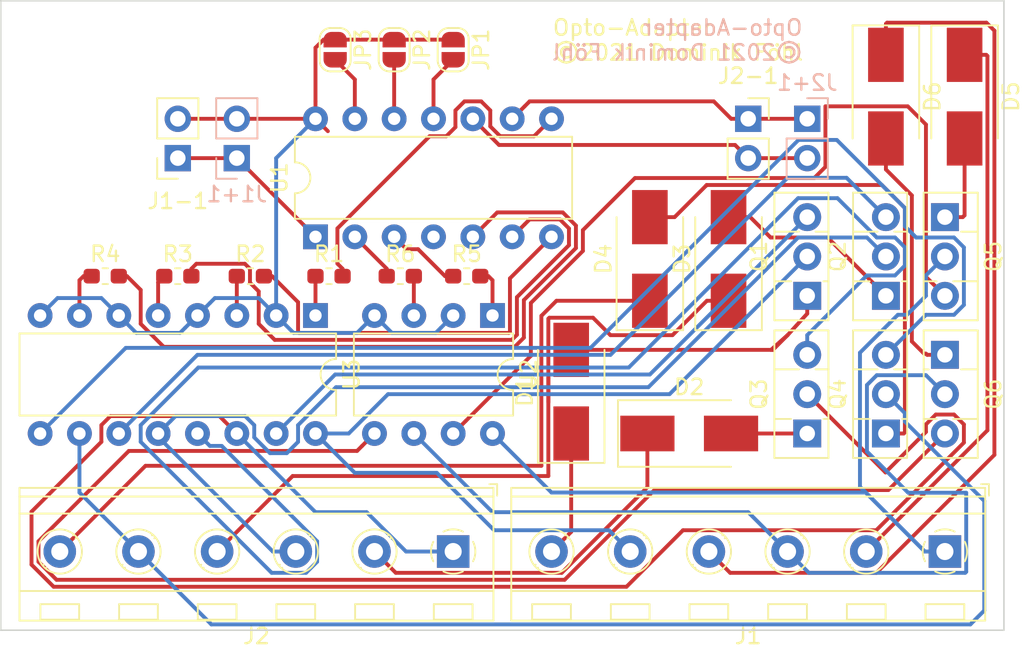
<source format=kicad_pcb>
(kicad_pcb (version 20171130) (host pcbnew "(5.1.5)-3")

  (general
    (thickness 1.6)
    (drawings 6)
    (tracks 337)
    (zones 0)
    (modules 30)
    (nets 45)
  )

  (page A4)
  (layers
    (0 F.Cu signal)
    (31 B.Cu signal hide)
    (32 B.Adhes user)
    (33 F.Adhes user)
    (34 B.Paste user hide)
    (35 F.Paste user hide)
    (36 B.SilkS user)
    (37 F.SilkS user)
    (38 B.Mask user)
    (39 F.Mask user)
    (40 Dwgs.User user hide)
    (41 Cmts.User user)
    (42 Eco1.User user hide)
    (43 Eco2.User user hide)
    (44 Edge.Cuts user)
    (45 Margin user)
    (46 B.CrtYd user hide)
    (47 F.CrtYd user hide)
    (48 B.Fab user hide)
    (49 F.Fab user hide)
  )

  (setup
    (last_trace_width 0.25)
    (trace_clearance 0.2)
    (zone_clearance 0.508)
    (zone_45_only no)
    (trace_min 0.2)
    (via_size 0.8)
    (via_drill 0.4)
    (via_min_size 0.4)
    (via_min_drill 0.3)
    (uvia_size 0.3)
    (uvia_drill 0.1)
    (uvias_allowed no)
    (uvia_min_size 0.2)
    (uvia_min_drill 0.1)
    (edge_width 0.05)
    (segment_width 0.2)
    (pcb_text_width 0.3)
    (pcb_text_size 1.5 1.5)
    (mod_edge_width 0.12)
    (mod_text_size 1 1)
    (mod_text_width 0.15)
    (pad_size 1.524 1.524)
    (pad_drill 0.762)
    (pad_to_mask_clearance 0.051)
    (solder_mask_min_width 0.25)
    (aux_axis_origin 0 0)
    (visible_elements 7FFFFFFF)
    (pcbplotparams
      (layerselection 0x010f0_ffffffff)
      (usegerberextensions false)
      (usegerberattributes false)
      (usegerberadvancedattributes false)
      (creategerberjobfile false)
      (excludeedgelayer true)
      (linewidth 0.100000)
      (plotframeref false)
      (viasonmask false)
      (mode 1)
      (useauxorigin false)
      (hpglpennumber 1)
      (hpglpenspeed 20)
      (hpglpendiameter 15.000000)
      (psnegative false)
      (psa4output false)
      (plotreference true)
      (plotvalue false)
      (plotinvisibletext false)
      (padsonsilk true)
      (subtractmaskfromsilk false)
      (outputformat 1)
      (mirror false)
      (drillshape 0)
      (scaleselection 1)
      (outputdirectory "gerber/"))
  )

  (net 0 "")
  (net 1 "Net-(J2+1-Pad2)")
  (net 2 "Net-(J2+1-Pad1)")
  (net 3 "Net-(JP1-Pad2)")
  (net 4 "Net-(JP2-Pad2)")
  (net 5 "Net-(JP3-Pad2)")
  (net 6 "Net-(R1-Pad2)")
  (net 7 "Net-(R2-Pad2)")
  (net 8 "Net-(R3-Pad2)")
  (net 9 "Net-(R4-Pad2)")
  (net 10 "Net-(R5-Pad2)")
  (net 11 "Net-(R5-Pad1)")
  (net 12 "Net-(U1-Pad4)")
  (net 13 "Net-(D1-Pad2)")
  (net 14 "Net-(D1-Pad1)")
  (net 15 "Net-(D2-Pad2)")
  (net 16 "Net-(D2-Pad1)")
  (net 17 "Net-(D3-Pad2)")
  (net 18 "Net-(D3-Pad1)")
  (net 19 "Net-(D4-Pad2)")
  (net 20 "Net-(D4-Pad1)")
  (net 21 "Net-(D5-Pad2)")
  (net 22 "Net-(D5-Pad1)")
  (net 23 "Net-(D6-Pad2)")
  (net 24 "Net-(D6-Pad1)")
  (net 25 "Net-(J1-Pad5)")
  (net 26 "Net-(J1-Pad3)")
  (net 27 "Net-(J1-Pad1)")
  (net 28 "Net-(J2-Pad5)")
  (net 29 "Net-(J2-Pad3)")
  (net 30 "Net-(J2-Pad1)")
  (net 31 GND)
  (net 32 +5V)
  (net 33 "Net-(Q1-Pad3)")
  (net 34 "Net-(Q2-Pad3)")
  (net 35 "Net-(Q3-Pad3)")
  (net 36 "Net-(Q4-Pad3)")
  (net 37 "Net-(Q5-Pad3)")
  (net 38 "Net-(Q6-Pad3)")
  (net 39 "Net-(R1-Pad1)")
  (net 40 "Net-(R2-Pad1)")
  (net 41 "Net-(R3-Pad1)")
  (net 42 "Net-(R4-Pad1)")
  (net 43 "Net-(R6-Pad2)")
  (net 44 "Net-(R6-Pad1)")

  (net_class Default "Dies ist die voreingestellte Netzklasse."
    (clearance 0.2)
    (trace_width 0.25)
    (via_dia 0.8)
    (via_drill 0.4)
    (uvia_dia 0.3)
    (uvia_drill 0.1)
    (add_net +5V)
    (add_net GND)
    (add_net "Net-(D1-Pad1)")
    (add_net "Net-(D1-Pad2)")
    (add_net "Net-(D2-Pad1)")
    (add_net "Net-(D2-Pad2)")
    (add_net "Net-(D3-Pad1)")
    (add_net "Net-(D3-Pad2)")
    (add_net "Net-(D4-Pad1)")
    (add_net "Net-(D4-Pad2)")
    (add_net "Net-(D5-Pad1)")
    (add_net "Net-(D5-Pad2)")
    (add_net "Net-(D6-Pad1)")
    (add_net "Net-(D6-Pad2)")
    (add_net "Net-(J1-Pad1)")
    (add_net "Net-(J1-Pad3)")
    (add_net "Net-(J1-Pad5)")
    (add_net "Net-(J2+1-Pad1)")
    (add_net "Net-(J2+1-Pad2)")
    (add_net "Net-(J2-Pad1)")
    (add_net "Net-(J2-Pad3)")
    (add_net "Net-(J2-Pad5)")
    (add_net "Net-(JP1-Pad2)")
    (add_net "Net-(JP2-Pad2)")
    (add_net "Net-(JP3-Pad2)")
    (add_net "Net-(Q1-Pad3)")
    (add_net "Net-(Q2-Pad3)")
    (add_net "Net-(Q3-Pad3)")
    (add_net "Net-(Q4-Pad3)")
    (add_net "Net-(Q5-Pad3)")
    (add_net "Net-(Q6-Pad3)")
    (add_net "Net-(R1-Pad1)")
    (add_net "Net-(R1-Pad2)")
    (add_net "Net-(R2-Pad1)")
    (add_net "Net-(R2-Pad2)")
    (add_net "Net-(R3-Pad1)")
    (add_net "Net-(R3-Pad2)")
    (add_net "Net-(R4-Pad1)")
    (add_net "Net-(R4-Pad2)")
    (add_net "Net-(R5-Pad1)")
    (add_net "Net-(R5-Pad2)")
    (add_net "Net-(R6-Pad1)")
    (add_net "Net-(R6-Pad2)")
    (add_net "Net-(U1-Pad4)")
  )

  (module TerminalBlock_RND:TerminalBlock_RND_205-00236_1x06_P5.08mm_Horizontal (layer F.Cu) (tedit 5B294F42) (tstamp 60B83B6D)
    (at 158.75 127 180)
    (descr "terminal block RND 205-00236, 6 pins, pitch 5.08mm, size 30.5x8.45mm^2, drill diamater 1.1mm, pad diameter 2.1mm, see http://cdn-reichelt.de/documents/datenblatt/C151/RND_205-00232_DB_EN.pdf, script-generated using https://github.com/pointhi/kicad-footprint-generator/scripts/TerminalBlock_RND")
    (tags "THT terminal block RND 205-00236 pitch 5.08mm size 30.5x8.45mm^2 drill 1.1mm pad 2.1mm")
    (path /60BCB6FB)
    (fp_text reference J2 (at 12.7 -5.46) (layer F.SilkS)
      (effects (font (size 1 1) (thickness 0.15)))
    )
    (fp_text value Screw_Terminal_01x06 (at 12.7 5.11) (layer F.Fab)
      (effects (font (size 1 1) (thickness 0.15)))
    )
    (fp_arc (start 0 0) (end 0 1.43) (angle -26) (layer F.SilkS) (width 0.12))
    (fp_arc (start 0 0) (end 1.286 0.627) (angle -52) (layer F.SilkS) (width 0.12))
    (fp_arc (start 0 0) (end 0.627 -1.286) (angle -52) (layer F.SilkS) (width 0.12))
    (fp_arc (start 0 0) (end -1.286 -0.628) (angle -52) (layer F.SilkS) (width 0.12))
    (fp_arc (start 0 0) (end -0.628 1.286) (angle -27) (layer F.SilkS) (width 0.12))
    (fp_circle (center 0 0) (end 1.25 0) (layer F.Fab) (width 0.1))
    (fp_circle (center 5.08 0) (end 6.33 0) (layer F.Fab) (width 0.1))
    (fp_circle (center 5.08 0) (end 6.51 0) (layer F.SilkS) (width 0.12))
    (fp_circle (center 10.16 0) (end 11.41 0) (layer F.Fab) (width 0.1))
    (fp_circle (center 10.16 0) (end 11.59 0) (layer F.SilkS) (width 0.12))
    (fp_circle (center 15.24 0) (end 16.49 0) (layer F.Fab) (width 0.1))
    (fp_circle (center 15.24 0) (end 16.67 0) (layer F.SilkS) (width 0.12))
    (fp_circle (center 20.32 0) (end 21.57 0) (layer F.Fab) (width 0.1))
    (fp_circle (center 20.32 0) (end 21.75 0) (layer F.SilkS) (width 0.12))
    (fp_circle (center 25.4 0) (end 26.65 0) (layer F.Fab) (width 0.1))
    (fp_circle (center 25.4 0) (end 26.83 0) (layer F.SilkS) (width 0.12))
    (fp_line (start -2.54 -4.4) (end 27.94 -4.4) (layer F.Fab) (width 0.1))
    (fp_line (start 27.94 -4.4) (end 27.94 4.05) (layer F.Fab) (width 0.1))
    (fp_line (start 27.94 4.05) (end -2.04 4.05) (layer F.Fab) (width 0.1))
    (fp_line (start -2.04 4.05) (end -2.54 3.55) (layer F.Fab) (width 0.1))
    (fp_line (start -2.54 3.55) (end -2.54 -4.4) (layer F.Fab) (width 0.1))
    (fp_line (start -2.54 3.55) (end 27.94 3.55) (layer F.Fab) (width 0.1))
    (fp_line (start -2.6 3.55) (end 28 3.55) (layer F.SilkS) (width 0.12))
    (fp_line (start -2.54 2.45) (end 27.94 2.45) (layer F.Fab) (width 0.1))
    (fp_line (start -2.6 2.45) (end 28 2.45) (layer F.SilkS) (width 0.12))
    (fp_line (start -2.54 -2.55) (end 27.94 -2.55) (layer F.Fab) (width 0.1))
    (fp_line (start -2.6 -2.55) (end 28 -2.55) (layer F.SilkS) (width 0.12))
    (fp_line (start -2.6 -4.46) (end 28 -4.46) (layer F.SilkS) (width 0.12))
    (fp_line (start -2.6 4.11) (end 28 4.11) (layer F.SilkS) (width 0.12))
    (fp_line (start -2.6 -4.46) (end -2.6 4.11) (layer F.SilkS) (width 0.12))
    (fp_line (start 28 -4.46) (end 28 4.11) (layer F.SilkS) (width 0.12))
    (fp_line (start 0.949 -0.796) (end -0.796 0.948) (layer F.Fab) (width 0.1))
    (fp_line (start 0.796 -0.948) (end -0.949 0.796) (layer F.Fab) (width 0.1))
    (fp_line (start -1.25 -4.4) (end -1.25 -3.4) (layer F.Fab) (width 0.1))
    (fp_line (start -1.25 -3.4) (end 1.25 -3.4) (layer F.Fab) (width 0.1))
    (fp_line (start 1.25 -3.4) (end 1.25 -4.4) (layer F.Fab) (width 0.1))
    (fp_line (start 1.25 -4.4) (end -1.25 -4.4) (layer F.Fab) (width 0.1))
    (fp_line (start -1.25 -4.4) (end 1.25 -4.4) (layer F.SilkS) (width 0.12))
    (fp_line (start -1.25 -3.4) (end 1.25 -3.4) (layer F.SilkS) (width 0.12))
    (fp_line (start -1.25 -4.4) (end -1.25 -3.4) (layer F.SilkS) (width 0.12))
    (fp_line (start 1.25 -4.4) (end 1.25 -3.4) (layer F.SilkS) (width 0.12))
    (fp_line (start 6.029 -0.796) (end 4.285 0.948) (layer F.Fab) (width 0.1))
    (fp_line (start 5.876 -0.948) (end 4.132 0.796) (layer F.Fab) (width 0.1))
    (fp_line (start 6.165 -0.91) (end 6.105 -0.851) (layer F.SilkS) (width 0.12))
    (fp_line (start 4.21 1.045) (end 4.17 1.085) (layer F.SilkS) (width 0.12))
    (fp_line (start 5.991 -1.085) (end 5.951 -1.045) (layer F.SilkS) (width 0.12))
    (fp_line (start 4.056 0.85) (end 3.996 0.91) (layer F.SilkS) (width 0.12))
    (fp_line (start 3.83 -4.4) (end 3.83 -3.4) (layer F.Fab) (width 0.1))
    (fp_line (start 3.83 -3.4) (end 6.33 -3.4) (layer F.Fab) (width 0.1))
    (fp_line (start 6.33 -3.4) (end 6.33 -4.4) (layer F.Fab) (width 0.1))
    (fp_line (start 6.33 -4.4) (end 3.83 -4.4) (layer F.Fab) (width 0.1))
    (fp_line (start 3.83 -4.4) (end 6.33 -4.4) (layer F.SilkS) (width 0.12))
    (fp_line (start 3.83 -3.4) (end 6.33 -3.4) (layer F.SilkS) (width 0.12))
    (fp_line (start 3.83 -4.4) (end 3.83 -3.4) (layer F.SilkS) (width 0.12))
    (fp_line (start 6.33 -4.4) (end 6.33 -3.4) (layer F.SilkS) (width 0.12))
    (fp_line (start 11.109 -0.796) (end 9.365 0.948) (layer F.Fab) (width 0.1))
    (fp_line (start 10.956 -0.948) (end 9.212 0.796) (layer F.Fab) (width 0.1))
    (fp_line (start 11.245 -0.91) (end 11.185 -0.851) (layer F.SilkS) (width 0.12))
    (fp_line (start 9.29 1.045) (end 9.25 1.085) (layer F.SilkS) (width 0.12))
    (fp_line (start 11.071 -1.085) (end 11.031 -1.045) (layer F.SilkS) (width 0.12))
    (fp_line (start 9.136 0.85) (end 9.076 0.91) (layer F.SilkS) (width 0.12))
    (fp_line (start 8.91 -4.4) (end 8.91 -3.4) (layer F.Fab) (width 0.1))
    (fp_line (start 8.91 -3.4) (end 11.41 -3.4) (layer F.Fab) (width 0.1))
    (fp_line (start 11.41 -3.4) (end 11.41 -4.4) (layer F.Fab) (width 0.1))
    (fp_line (start 11.41 -4.4) (end 8.91 -4.4) (layer F.Fab) (width 0.1))
    (fp_line (start 8.91 -4.4) (end 11.41 -4.4) (layer F.SilkS) (width 0.12))
    (fp_line (start 8.91 -3.4) (end 11.41 -3.4) (layer F.SilkS) (width 0.12))
    (fp_line (start 8.91 -4.4) (end 8.91 -3.4) (layer F.SilkS) (width 0.12))
    (fp_line (start 11.41 -4.4) (end 11.41 -3.4) (layer F.SilkS) (width 0.12))
    (fp_line (start 16.189 -0.796) (end 14.445 0.948) (layer F.Fab) (width 0.1))
    (fp_line (start 16.036 -0.948) (end 14.292 0.796) (layer F.Fab) (width 0.1))
    (fp_line (start 16.325 -0.91) (end 16.265 -0.851) (layer F.SilkS) (width 0.12))
    (fp_line (start 14.37 1.045) (end 14.33 1.085) (layer F.SilkS) (width 0.12))
    (fp_line (start 16.151 -1.085) (end 16.111 -1.045) (layer F.SilkS) (width 0.12))
    (fp_line (start 14.216 0.85) (end 14.156 0.91) (layer F.SilkS) (width 0.12))
    (fp_line (start 13.99 -4.4) (end 13.99 -3.4) (layer F.Fab) (width 0.1))
    (fp_line (start 13.99 -3.4) (end 16.49 -3.4) (layer F.Fab) (width 0.1))
    (fp_line (start 16.49 -3.4) (end 16.49 -4.4) (layer F.Fab) (width 0.1))
    (fp_line (start 16.49 -4.4) (end 13.99 -4.4) (layer F.Fab) (width 0.1))
    (fp_line (start 13.99 -4.4) (end 16.49 -4.4) (layer F.SilkS) (width 0.12))
    (fp_line (start 13.99 -3.4) (end 16.49 -3.4) (layer F.SilkS) (width 0.12))
    (fp_line (start 13.99 -4.4) (end 13.99 -3.4) (layer F.SilkS) (width 0.12))
    (fp_line (start 16.49 -4.4) (end 16.49 -3.4) (layer F.SilkS) (width 0.12))
    (fp_line (start 21.269 -0.796) (end 19.525 0.948) (layer F.Fab) (width 0.1))
    (fp_line (start 21.116 -0.948) (end 19.372 0.796) (layer F.Fab) (width 0.1))
    (fp_line (start 21.405 -0.91) (end 21.345 -0.851) (layer F.SilkS) (width 0.12))
    (fp_line (start 19.45 1.045) (end 19.41 1.085) (layer F.SilkS) (width 0.12))
    (fp_line (start 21.231 -1.085) (end 21.191 -1.045) (layer F.SilkS) (width 0.12))
    (fp_line (start 19.296 0.85) (end 19.236 0.91) (layer F.SilkS) (width 0.12))
    (fp_line (start 19.07 -4.4) (end 19.07 -3.4) (layer F.Fab) (width 0.1))
    (fp_line (start 19.07 -3.4) (end 21.57 -3.4) (layer F.Fab) (width 0.1))
    (fp_line (start 21.57 -3.4) (end 21.57 -4.4) (layer F.Fab) (width 0.1))
    (fp_line (start 21.57 -4.4) (end 19.07 -4.4) (layer F.Fab) (width 0.1))
    (fp_line (start 19.07 -4.4) (end 21.57 -4.4) (layer F.SilkS) (width 0.12))
    (fp_line (start 19.07 -3.4) (end 21.57 -3.4) (layer F.SilkS) (width 0.12))
    (fp_line (start 19.07 -4.4) (end 19.07 -3.4) (layer F.SilkS) (width 0.12))
    (fp_line (start 21.57 -4.4) (end 21.57 -3.4) (layer F.SilkS) (width 0.12))
    (fp_line (start 26.349 -0.796) (end 24.605 0.948) (layer F.Fab) (width 0.1))
    (fp_line (start 26.196 -0.948) (end 24.452 0.796) (layer F.Fab) (width 0.1))
    (fp_line (start 26.485 -0.91) (end 26.425 -0.851) (layer F.SilkS) (width 0.12))
    (fp_line (start 24.53 1.045) (end 24.49 1.085) (layer F.SilkS) (width 0.12))
    (fp_line (start 26.311 -1.085) (end 26.271 -1.045) (layer F.SilkS) (width 0.12))
    (fp_line (start 24.376 0.85) (end 24.316 0.91) (layer F.SilkS) (width 0.12))
    (fp_line (start 24.15 -4.4) (end 24.15 -3.4) (layer F.Fab) (width 0.1))
    (fp_line (start 24.15 -3.4) (end 26.65 -3.4) (layer F.Fab) (width 0.1))
    (fp_line (start 26.65 -3.4) (end 26.65 -4.4) (layer F.Fab) (width 0.1))
    (fp_line (start 26.65 -4.4) (end 24.15 -4.4) (layer F.Fab) (width 0.1))
    (fp_line (start 24.15 -4.4) (end 26.65 -4.4) (layer F.SilkS) (width 0.12))
    (fp_line (start 24.15 -3.4) (end 26.65 -3.4) (layer F.SilkS) (width 0.12))
    (fp_line (start 24.15 -4.4) (end 24.15 -3.4) (layer F.SilkS) (width 0.12))
    (fp_line (start 26.65 -4.4) (end 26.65 -3.4) (layer F.SilkS) (width 0.12))
    (fp_line (start -2.84 3.61) (end -2.84 4.35) (layer F.SilkS) (width 0.12))
    (fp_line (start -2.84 4.35) (end -2.34 4.35) (layer F.SilkS) (width 0.12))
    (fp_line (start -3.04 -4.9) (end -3.04 4.55) (layer F.CrtYd) (width 0.05))
    (fp_line (start -3.04 4.55) (end 28.44 4.55) (layer F.CrtYd) (width 0.05))
    (fp_line (start 28.44 4.55) (end 28.44 -4.9) (layer F.CrtYd) (width 0.05))
    (fp_line (start 28.44 -4.9) (end -3.04 -4.9) (layer F.CrtYd) (width 0.05))
    (fp_text user %R (at 12.7 -5.46) (layer F.Fab)
      (effects (font (size 1 1) (thickness 0.15)))
    )
    (pad 1 thru_hole rect (at 0 0 180) (size 2.1 2.1) (drill 1.1) (layers *.Cu *.Mask)
      (net 30 "Net-(J2-Pad1)"))
    (pad 2 thru_hole circle (at 5.08 0 180) (size 2.1 2.1) (drill 1.1) (layers *.Cu *.Mask)
      (net 16 "Net-(D2-Pad1)"))
    (pad 3 thru_hole circle (at 10.16 0 180) (size 2.1 2.1) (drill 1.1) (layers *.Cu *.Mask)
      (net 29 "Net-(J2-Pad3)"))
    (pad 4 thru_hole circle (at 15.24 0 180) (size 2.1 2.1) (drill 1.1) (layers *.Cu *.Mask)
      (net 18 "Net-(D3-Pad1)"))
    (pad 5 thru_hole circle (at 20.32 0 180) (size 2.1 2.1) (drill 1.1) (layers *.Cu *.Mask)
      (net 28 "Net-(J2-Pad5)"))
    (pad 6 thru_hole circle (at 25.4 0 180) (size 2.1 2.1) (drill 1.1) (layers *.Cu *.Mask)
      (net 20 "Net-(D4-Pad1)"))
    (model ${KISYS3DMOD}/TerminalBlock_RND.3dshapes/TerminalBlock_RND_205-00236_1x06_P5.08mm_Horizontal.wrl
      (at (xyz 0 0 0))
      (scale (xyz 1 1 1))
      (rotate (xyz 0 0 0))
    )
  )

  (module TerminalBlock_RND:TerminalBlock_RND_205-00236_1x06_P5.08mm_Horizontal (layer F.Cu) (tedit 5B294F42) (tstamp 60B83AED)
    (at 190.5 127 180)
    (descr "terminal block RND 205-00236, 6 pins, pitch 5.08mm, size 30.5x8.45mm^2, drill diamater 1.1mm, pad diameter 2.1mm, see http://cdn-reichelt.de/documents/datenblatt/C151/RND_205-00232_DB_EN.pdf, script-generated using https://github.com/pointhi/kicad-footprint-generator/scripts/TerminalBlock_RND")
    (tags "THT terminal block RND 205-00236 pitch 5.08mm size 30.5x8.45mm^2 drill 1.1mm pad 2.1mm")
    (path /60BC89BB)
    (fp_text reference J1 (at 12.7 -5.46) (layer F.SilkS)
      (effects (font (size 1 1) (thickness 0.15)))
    )
    (fp_text value Screw_Terminal_01x06 (at 12.7 5.11) (layer F.Fab)
      (effects (font (size 1 1) (thickness 0.15)))
    )
    (fp_arc (start 0 0) (end 0 1.43) (angle -26) (layer F.SilkS) (width 0.12))
    (fp_arc (start 0 0) (end 1.286 0.627) (angle -52) (layer F.SilkS) (width 0.12))
    (fp_arc (start 0 0) (end 0.627 -1.286) (angle -52) (layer F.SilkS) (width 0.12))
    (fp_arc (start 0 0) (end -1.286 -0.628) (angle -52) (layer F.SilkS) (width 0.12))
    (fp_arc (start 0 0) (end -0.628 1.286) (angle -27) (layer F.SilkS) (width 0.12))
    (fp_circle (center 0 0) (end 1.25 0) (layer F.Fab) (width 0.1))
    (fp_circle (center 5.08 0) (end 6.33 0) (layer F.Fab) (width 0.1))
    (fp_circle (center 5.08 0) (end 6.51 0) (layer F.SilkS) (width 0.12))
    (fp_circle (center 10.16 0) (end 11.41 0) (layer F.Fab) (width 0.1))
    (fp_circle (center 10.16 0) (end 11.59 0) (layer F.SilkS) (width 0.12))
    (fp_circle (center 15.24 0) (end 16.49 0) (layer F.Fab) (width 0.1))
    (fp_circle (center 15.24 0) (end 16.67 0) (layer F.SilkS) (width 0.12))
    (fp_circle (center 20.32 0) (end 21.57 0) (layer F.Fab) (width 0.1))
    (fp_circle (center 20.32 0) (end 21.75 0) (layer F.SilkS) (width 0.12))
    (fp_circle (center 25.4 0) (end 26.65 0) (layer F.Fab) (width 0.1))
    (fp_circle (center 25.4 0) (end 26.83 0) (layer F.SilkS) (width 0.12))
    (fp_line (start -2.54 -4.4) (end 27.94 -4.4) (layer F.Fab) (width 0.1))
    (fp_line (start 27.94 -4.4) (end 27.94 4.05) (layer F.Fab) (width 0.1))
    (fp_line (start 27.94 4.05) (end -2.04 4.05) (layer F.Fab) (width 0.1))
    (fp_line (start -2.04 4.05) (end -2.54 3.55) (layer F.Fab) (width 0.1))
    (fp_line (start -2.54 3.55) (end -2.54 -4.4) (layer F.Fab) (width 0.1))
    (fp_line (start -2.54 3.55) (end 27.94 3.55) (layer F.Fab) (width 0.1))
    (fp_line (start -2.6 3.55) (end 28 3.55) (layer F.SilkS) (width 0.12))
    (fp_line (start -2.54 2.45) (end 27.94 2.45) (layer F.Fab) (width 0.1))
    (fp_line (start -2.6 2.45) (end 28 2.45) (layer F.SilkS) (width 0.12))
    (fp_line (start -2.54 -2.55) (end 27.94 -2.55) (layer F.Fab) (width 0.1))
    (fp_line (start -2.6 -2.55) (end 28 -2.55) (layer F.SilkS) (width 0.12))
    (fp_line (start -2.6 -4.46) (end 28 -4.46) (layer F.SilkS) (width 0.12))
    (fp_line (start -2.6 4.11) (end 28 4.11) (layer F.SilkS) (width 0.12))
    (fp_line (start -2.6 -4.46) (end -2.6 4.11) (layer F.SilkS) (width 0.12))
    (fp_line (start 28 -4.46) (end 28 4.11) (layer F.SilkS) (width 0.12))
    (fp_line (start 0.949 -0.796) (end -0.796 0.948) (layer F.Fab) (width 0.1))
    (fp_line (start 0.796 -0.948) (end -0.949 0.796) (layer F.Fab) (width 0.1))
    (fp_line (start -1.25 -4.4) (end -1.25 -3.4) (layer F.Fab) (width 0.1))
    (fp_line (start -1.25 -3.4) (end 1.25 -3.4) (layer F.Fab) (width 0.1))
    (fp_line (start 1.25 -3.4) (end 1.25 -4.4) (layer F.Fab) (width 0.1))
    (fp_line (start 1.25 -4.4) (end -1.25 -4.4) (layer F.Fab) (width 0.1))
    (fp_line (start -1.25 -4.4) (end 1.25 -4.4) (layer F.SilkS) (width 0.12))
    (fp_line (start -1.25 -3.4) (end 1.25 -3.4) (layer F.SilkS) (width 0.12))
    (fp_line (start -1.25 -4.4) (end -1.25 -3.4) (layer F.SilkS) (width 0.12))
    (fp_line (start 1.25 -4.4) (end 1.25 -3.4) (layer F.SilkS) (width 0.12))
    (fp_line (start 6.029 -0.796) (end 4.285 0.948) (layer F.Fab) (width 0.1))
    (fp_line (start 5.876 -0.948) (end 4.132 0.796) (layer F.Fab) (width 0.1))
    (fp_line (start 6.165 -0.91) (end 6.105 -0.851) (layer F.SilkS) (width 0.12))
    (fp_line (start 4.21 1.045) (end 4.17 1.085) (layer F.SilkS) (width 0.12))
    (fp_line (start 5.991 -1.085) (end 5.951 -1.045) (layer F.SilkS) (width 0.12))
    (fp_line (start 4.056 0.85) (end 3.996 0.91) (layer F.SilkS) (width 0.12))
    (fp_line (start 3.83 -4.4) (end 3.83 -3.4) (layer F.Fab) (width 0.1))
    (fp_line (start 3.83 -3.4) (end 6.33 -3.4) (layer F.Fab) (width 0.1))
    (fp_line (start 6.33 -3.4) (end 6.33 -4.4) (layer F.Fab) (width 0.1))
    (fp_line (start 6.33 -4.4) (end 3.83 -4.4) (layer F.Fab) (width 0.1))
    (fp_line (start 3.83 -4.4) (end 6.33 -4.4) (layer F.SilkS) (width 0.12))
    (fp_line (start 3.83 -3.4) (end 6.33 -3.4) (layer F.SilkS) (width 0.12))
    (fp_line (start 3.83 -4.4) (end 3.83 -3.4) (layer F.SilkS) (width 0.12))
    (fp_line (start 6.33 -4.4) (end 6.33 -3.4) (layer F.SilkS) (width 0.12))
    (fp_line (start 11.109 -0.796) (end 9.365 0.948) (layer F.Fab) (width 0.1))
    (fp_line (start 10.956 -0.948) (end 9.212 0.796) (layer F.Fab) (width 0.1))
    (fp_line (start 11.245 -0.91) (end 11.185 -0.851) (layer F.SilkS) (width 0.12))
    (fp_line (start 9.29 1.045) (end 9.25 1.085) (layer F.SilkS) (width 0.12))
    (fp_line (start 11.071 -1.085) (end 11.031 -1.045) (layer F.SilkS) (width 0.12))
    (fp_line (start 9.136 0.85) (end 9.076 0.91) (layer F.SilkS) (width 0.12))
    (fp_line (start 8.91 -4.4) (end 8.91 -3.4) (layer F.Fab) (width 0.1))
    (fp_line (start 8.91 -3.4) (end 11.41 -3.4) (layer F.Fab) (width 0.1))
    (fp_line (start 11.41 -3.4) (end 11.41 -4.4) (layer F.Fab) (width 0.1))
    (fp_line (start 11.41 -4.4) (end 8.91 -4.4) (layer F.Fab) (width 0.1))
    (fp_line (start 8.91 -4.4) (end 11.41 -4.4) (layer F.SilkS) (width 0.12))
    (fp_line (start 8.91 -3.4) (end 11.41 -3.4) (layer F.SilkS) (width 0.12))
    (fp_line (start 8.91 -4.4) (end 8.91 -3.4) (layer F.SilkS) (width 0.12))
    (fp_line (start 11.41 -4.4) (end 11.41 -3.4) (layer F.SilkS) (width 0.12))
    (fp_line (start 16.189 -0.796) (end 14.445 0.948) (layer F.Fab) (width 0.1))
    (fp_line (start 16.036 -0.948) (end 14.292 0.796) (layer F.Fab) (width 0.1))
    (fp_line (start 16.325 -0.91) (end 16.265 -0.851) (layer F.SilkS) (width 0.12))
    (fp_line (start 14.37 1.045) (end 14.33 1.085) (layer F.SilkS) (width 0.12))
    (fp_line (start 16.151 -1.085) (end 16.111 -1.045) (layer F.SilkS) (width 0.12))
    (fp_line (start 14.216 0.85) (end 14.156 0.91) (layer F.SilkS) (width 0.12))
    (fp_line (start 13.99 -4.4) (end 13.99 -3.4) (layer F.Fab) (width 0.1))
    (fp_line (start 13.99 -3.4) (end 16.49 -3.4) (layer F.Fab) (width 0.1))
    (fp_line (start 16.49 -3.4) (end 16.49 -4.4) (layer F.Fab) (width 0.1))
    (fp_line (start 16.49 -4.4) (end 13.99 -4.4) (layer F.Fab) (width 0.1))
    (fp_line (start 13.99 -4.4) (end 16.49 -4.4) (layer F.SilkS) (width 0.12))
    (fp_line (start 13.99 -3.4) (end 16.49 -3.4) (layer F.SilkS) (width 0.12))
    (fp_line (start 13.99 -4.4) (end 13.99 -3.4) (layer F.SilkS) (width 0.12))
    (fp_line (start 16.49 -4.4) (end 16.49 -3.4) (layer F.SilkS) (width 0.12))
    (fp_line (start 21.269 -0.796) (end 19.525 0.948) (layer F.Fab) (width 0.1))
    (fp_line (start 21.116 -0.948) (end 19.372 0.796) (layer F.Fab) (width 0.1))
    (fp_line (start 21.405 -0.91) (end 21.345 -0.851) (layer F.SilkS) (width 0.12))
    (fp_line (start 19.45 1.045) (end 19.41 1.085) (layer F.SilkS) (width 0.12))
    (fp_line (start 21.231 -1.085) (end 21.191 -1.045) (layer F.SilkS) (width 0.12))
    (fp_line (start 19.296 0.85) (end 19.236 0.91) (layer F.SilkS) (width 0.12))
    (fp_line (start 19.07 -4.4) (end 19.07 -3.4) (layer F.Fab) (width 0.1))
    (fp_line (start 19.07 -3.4) (end 21.57 -3.4) (layer F.Fab) (width 0.1))
    (fp_line (start 21.57 -3.4) (end 21.57 -4.4) (layer F.Fab) (width 0.1))
    (fp_line (start 21.57 -4.4) (end 19.07 -4.4) (layer F.Fab) (width 0.1))
    (fp_line (start 19.07 -4.4) (end 21.57 -4.4) (layer F.SilkS) (width 0.12))
    (fp_line (start 19.07 -3.4) (end 21.57 -3.4) (layer F.SilkS) (width 0.12))
    (fp_line (start 19.07 -4.4) (end 19.07 -3.4) (layer F.SilkS) (width 0.12))
    (fp_line (start 21.57 -4.4) (end 21.57 -3.4) (layer F.SilkS) (width 0.12))
    (fp_line (start 26.349 -0.796) (end 24.605 0.948) (layer F.Fab) (width 0.1))
    (fp_line (start 26.196 -0.948) (end 24.452 0.796) (layer F.Fab) (width 0.1))
    (fp_line (start 26.485 -0.91) (end 26.425 -0.851) (layer F.SilkS) (width 0.12))
    (fp_line (start 24.53 1.045) (end 24.49 1.085) (layer F.SilkS) (width 0.12))
    (fp_line (start 26.311 -1.085) (end 26.271 -1.045) (layer F.SilkS) (width 0.12))
    (fp_line (start 24.376 0.85) (end 24.316 0.91) (layer F.SilkS) (width 0.12))
    (fp_line (start 24.15 -4.4) (end 24.15 -3.4) (layer F.Fab) (width 0.1))
    (fp_line (start 24.15 -3.4) (end 26.65 -3.4) (layer F.Fab) (width 0.1))
    (fp_line (start 26.65 -3.4) (end 26.65 -4.4) (layer F.Fab) (width 0.1))
    (fp_line (start 26.65 -4.4) (end 24.15 -4.4) (layer F.Fab) (width 0.1))
    (fp_line (start 24.15 -4.4) (end 26.65 -4.4) (layer F.SilkS) (width 0.12))
    (fp_line (start 24.15 -3.4) (end 26.65 -3.4) (layer F.SilkS) (width 0.12))
    (fp_line (start 24.15 -4.4) (end 24.15 -3.4) (layer F.SilkS) (width 0.12))
    (fp_line (start 26.65 -4.4) (end 26.65 -3.4) (layer F.SilkS) (width 0.12))
    (fp_line (start -2.84 3.61) (end -2.84 4.35) (layer F.SilkS) (width 0.12))
    (fp_line (start -2.84 4.35) (end -2.34 4.35) (layer F.SilkS) (width 0.12))
    (fp_line (start -3.04 -4.9) (end -3.04 4.55) (layer F.CrtYd) (width 0.05))
    (fp_line (start -3.04 4.55) (end 28.44 4.55) (layer F.CrtYd) (width 0.05))
    (fp_line (start 28.44 4.55) (end 28.44 -4.9) (layer F.CrtYd) (width 0.05))
    (fp_line (start 28.44 -4.9) (end -3.04 -4.9) (layer F.CrtYd) (width 0.05))
    (fp_text user %R (at 12.7 -5.46) (layer F.Fab)
      (effects (font (size 1 1) (thickness 0.15)))
    )
    (pad 1 thru_hole rect (at 0 0 180) (size 2.1 2.1) (drill 1.1) (layers *.Cu *.Mask)
      (net 27 "Net-(J1-Pad1)"))
    (pad 2 thru_hole circle (at 5.08 0 180) (size 2.1 2.1) (drill 1.1) (layers *.Cu *.Mask)
      (net 22 "Net-(D5-Pad1)"))
    (pad 3 thru_hole circle (at 10.16 0 180) (size 2.1 2.1) (drill 1.1) (layers *.Cu *.Mask)
      (net 26 "Net-(J1-Pad3)"))
    (pad 4 thru_hole circle (at 15.24 0 180) (size 2.1 2.1) (drill 1.1) (layers *.Cu *.Mask)
      (net 24 "Net-(D6-Pad1)"))
    (pad 5 thru_hole circle (at 20.32 0 180) (size 2.1 2.1) (drill 1.1) (layers *.Cu *.Mask)
      (net 25 "Net-(J1-Pad5)"))
    (pad 6 thru_hole circle (at 25.4 0 180) (size 2.1 2.1) (drill 1.1) (layers *.Cu *.Mask)
      (net 14 "Net-(D1-Pad1)"))
    (model ${KISYS3DMOD}/TerminalBlock_RND.3dshapes/TerminalBlock_RND_205-00236_1x06_P5.08mm_Horizontal.wrl
      (at (xyz 0 0 0))
      (scale (xyz 1 1 1))
      (rotate (xyz 0 0 0))
    )
  )

  (module Package_DIP:DIP-14_W7.62mm (layer F.Cu) (tedit 5A02E8C5) (tstamp 60B86D5A)
    (at 149.86 106.68 90)
    (descr "14-lead though-hole mounted DIP package, row spacing 7.62 mm (300 mils)")
    (tags "THT DIP DIL PDIP 2.54mm 7.62mm 300mil")
    (path /5E9CC6F4)
    (fp_text reference U1 (at 3.81 -2.33 90) (layer F.SilkS)
      (effects (font (size 1 1) (thickness 0.15)))
    )
    (fp_text value PIC16F1503-IP (at 3.81 17.57 90) (layer F.Fab)
      (effects (font (size 1 1) (thickness 0.15)))
    )
    (fp_text user %R (at 3.81 7.62 90) (layer F.Fab)
      (effects (font (size 1 1) (thickness 0.15)))
    )
    (fp_line (start 8.7 -1.55) (end -1.1 -1.55) (layer F.CrtYd) (width 0.05))
    (fp_line (start 8.7 16.8) (end 8.7 -1.55) (layer F.CrtYd) (width 0.05))
    (fp_line (start -1.1 16.8) (end 8.7 16.8) (layer F.CrtYd) (width 0.05))
    (fp_line (start -1.1 -1.55) (end -1.1 16.8) (layer F.CrtYd) (width 0.05))
    (fp_line (start 6.46 -1.33) (end 4.81 -1.33) (layer F.SilkS) (width 0.12))
    (fp_line (start 6.46 16.57) (end 6.46 -1.33) (layer F.SilkS) (width 0.12))
    (fp_line (start 1.16 16.57) (end 6.46 16.57) (layer F.SilkS) (width 0.12))
    (fp_line (start 1.16 -1.33) (end 1.16 16.57) (layer F.SilkS) (width 0.12))
    (fp_line (start 2.81 -1.33) (end 1.16 -1.33) (layer F.SilkS) (width 0.12))
    (fp_line (start 0.635 -0.27) (end 1.635 -1.27) (layer F.Fab) (width 0.1))
    (fp_line (start 0.635 16.51) (end 0.635 -0.27) (layer F.Fab) (width 0.1))
    (fp_line (start 6.985 16.51) (end 0.635 16.51) (layer F.Fab) (width 0.1))
    (fp_line (start 6.985 -1.27) (end 6.985 16.51) (layer F.Fab) (width 0.1))
    (fp_line (start 1.635 -1.27) (end 6.985 -1.27) (layer F.Fab) (width 0.1))
    (fp_arc (start 3.81 -1.33) (end 2.81 -1.33) (angle -180) (layer F.SilkS) (width 0.12))
    (pad 14 thru_hole oval (at 7.62 0 90) (size 1.6 1.6) (drill 0.8) (layers *.Cu *.Mask)
      (net 31 GND))
    (pad 7 thru_hole oval (at 0 15.24 90) (size 1.6 1.6) (drill 0.8) (layers *.Cu *.Mask)
      (net 7 "Net-(R2-Pad2)"))
    (pad 13 thru_hole oval (at 7.62 2.54 90) (size 1.6 1.6) (drill 0.8) (layers *.Cu *.Mask)
      (net 5 "Net-(JP3-Pad2)"))
    (pad 6 thru_hole oval (at 0 12.7 90) (size 1.6 1.6) (drill 0.8) (layers *.Cu *.Mask)
      (net 8 "Net-(R3-Pad2)"))
    (pad 12 thru_hole oval (at 7.62 5.08 90) (size 1.6 1.6) (drill 0.8) (layers *.Cu *.Mask)
      (net 4 "Net-(JP2-Pad2)"))
    (pad 5 thru_hole oval (at 0 10.16 90) (size 1.6 1.6) (drill 0.8) (layers *.Cu *.Mask)
      (net 9 "Net-(R4-Pad2)"))
    (pad 11 thru_hole oval (at 7.62 7.62 90) (size 1.6 1.6) (drill 0.8) (layers *.Cu *.Mask)
      (net 3 "Net-(JP1-Pad2)"))
    (pad 4 thru_hole oval (at 0 7.62 90) (size 1.6 1.6) (drill 0.8) (layers *.Cu *.Mask)
      (net 12 "Net-(U1-Pad4)"))
    (pad 10 thru_hole oval (at 7.62 10.16 90) (size 1.6 1.6) (drill 0.8) (layers *.Cu *.Mask)
      (net 1 "Net-(J2+1-Pad2)"))
    (pad 3 thru_hole oval (at 0 5.08 90) (size 1.6 1.6) (drill 0.8) (layers *.Cu *.Mask)
      (net 11 "Net-(R5-Pad1)"))
    (pad 9 thru_hole oval (at 7.62 12.7 90) (size 1.6 1.6) (drill 0.8) (layers *.Cu *.Mask)
      (net 2 "Net-(J2+1-Pad1)"))
    (pad 2 thru_hole oval (at 0 2.54 90) (size 1.6 1.6) (drill 0.8) (layers *.Cu *.Mask)
      (net 44 "Net-(R6-Pad1)"))
    (pad 8 thru_hole oval (at 7.62 15.24 90) (size 1.6 1.6) (drill 0.8) (layers *.Cu *.Mask)
      (net 6 "Net-(R1-Pad2)"))
    (pad 1 thru_hole rect (at 0 0 90) (size 1.6 1.6) (drill 0.8) (layers *.Cu *.Mask)
      (net 32 +5V))
    (model ${KISYS3DMOD}/Package_DIP.3dshapes/DIP-14_W7.62mm.wrl
      (at (xyz 0 0 0))
      (scale (xyz 1 1 1))
      (rotate (xyz 0 0 0))
    )
  )

  (module Diode_SMD:D_SMB_Handsoldering (layer F.Cu) (tedit 590B3D55) (tstamp 60B83A55)
    (at 191.77 97.63 270)
    (descr "Diode SMB (DO-214AA) Handsoldering")
    (tags "Diode SMB (DO-214AA) Handsoldering")
    (path /60C436C0)
    (attr smd)
    (fp_text reference D5 (at 0 -3 90) (layer F.SilkS)
      (effects (font (size 1 1) (thickness 0.15)))
    )
    (fp_text value 1N4001 (at 0 3 90) (layer F.Fab)
      (effects (font (size 1 1) (thickness 0.15)))
    )
    (fp_text user %R (at 0 -3 90) (layer F.Fab)
      (effects (font (size 1 1) (thickness 0.15)))
    )
    (fp_line (start -4.6 -2.15) (end -4.6 2.15) (layer F.SilkS) (width 0.12))
    (fp_line (start 2.3 2) (end -2.3 2) (layer F.Fab) (width 0.1))
    (fp_line (start -2.3 2) (end -2.3 -2) (layer F.Fab) (width 0.1))
    (fp_line (start 2.3 -2) (end 2.3 2) (layer F.Fab) (width 0.1))
    (fp_line (start 2.3 -2) (end -2.3 -2) (layer F.Fab) (width 0.1))
    (fp_line (start -4.7 -2.25) (end 4.7 -2.25) (layer F.CrtYd) (width 0.05))
    (fp_line (start 4.7 -2.25) (end 4.7 2.25) (layer F.CrtYd) (width 0.05))
    (fp_line (start 4.7 2.25) (end -4.7 2.25) (layer F.CrtYd) (width 0.05))
    (fp_line (start -4.7 2.25) (end -4.7 -2.25) (layer F.CrtYd) (width 0.05))
    (fp_line (start -0.64944 0.00102) (end -1.55114 0.00102) (layer F.Fab) (width 0.1))
    (fp_line (start 0.50118 0.00102) (end 1.4994 0.00102) (layer F.Fab) (width 0.1))
    (fp_line (start -0.64944 -0.79908) (end -0.64944 0.80112) (layer F.Fab) (width 0.1))
    (fp_line (start 0.50118 0.75032) (end 0.50118 -0.79908) (layer F.Fab) (width 0.1))
    (fp_line (start -0.64944 0.00102) (end 0.50118 0.75032) (layer F.Fab) (width 0.1))
    (fp_line (start -0.64944 0.00102) (end 0.50118 -0.79908) (layer F.Fab) (width 0.1))
    (fp_line (start -4.6 2.15) (end 2.7 2.15) (layer F.SilkS) (width 0.12))
    (fp_line (start -4.6 -2.15) (end 2.7 -2.15) (layer F.SilkS) (width 0.12))
    (pad 1 smd rect (at -2.7 0 270) (size 3.5 2.3) (layers F.Cu F.Paste F.Mask)
      (net 22 "Net-(D5-Pad1)"))
    (pad 2 smd rect (at 2.7 0 270) (size 3.5 2.3) (layers F.Cu F.Paste F.Mask)
      (net 21 "Net-(D5-Pad2)"))
    (model ${KISYS3DMOD}/Diode_SMD.3dshapes/D_SMB.wrl
      (at (xyz 0 0 0))
      (scale (xyz 1 1 1))
      (rotate (xyz 0 0 0))
    )
  )

  (module Connector_PinSocket_2.54mm:PinSocket_1x02_P2.54mm_Vertical (layer F.Cu) (tedit 5A19A420) (tstamp 5E9E6B27)
    (at 177.8 99.06)
    (descr "Through hole straight socket strip, 1x02, 2.54mm pitch, single row (from Kicad 4.0.7), script generated")
    (tags "Through hole socket strip THT 1x02 2.54mm single row")
    (path /5E9CEA36)
    (fp_text reference J2-1 (at 0 -2.77) (layer F.SilkS)
      (effects (font (size 1 1) (thickness 0.15)))
    )
    (fp_text value I2C (at 0 5.31) (layer F.Fab)
      (effects (font (size 1 1) (thickness 0.15)))
    )
    (fp_text user %R (at 0 1.27 90) (layer F.Fab)
      (effects (font (size 1 1) (thickness 0.15)))
    )
    (fp_line (start -1.8 4.3) (end -1.8 -1.8) (layer F.CrtYd) (width 0.05))
    (fp_line (start 1.75 4.3) (end -1.8 4.3) (layer F.CrtYd) (width 0.05))
    (fp_line (start 1.75 -1.8) (end 1.75 4.3) (layer F.CrtYd) (width 0.05))
    (fp_line (start -1.8 -1.8) (end 1.75 -1.8) (layer F.CrtYd) (width 0.05))
    (fp_line (start 0 -1.33) (end 1.33 -1.33) (layer F.SilkS) (width 0.12))
    (fp_line (start 1.33 -1.33) (end 1.33 0) (layer F.SilkS) (width 0.12))
    (fp_line (start 1.33 1.27) (end 1.33 3.87) (layer F.SilkS) (width 0.12))
    (fp_line (start -1.33 3.87) (end 1.33 3.87) (layer F.SilkS) (width 0.12))
    (fp_line (start -1.33 1.27) (end -1.33 3.87) (layer F.SilkS) (width 0.12))
    (fp_line (start -1.33 1.27) (end 1.33 1.27) (layer F.SilkS) (width 0.12))
    (fp_line (start -1.27 3.81) (end -1.27 -1.27) (layer F.Fab) (width 0.1))
    (fp_line (start 1.27 3.81) (end -1.27 3.81) (layer F.Fab) (width 0.1))
    (fp_line (start 1.27 -0.635) (end 1.27 3.81) (layer F.Fab) (width 0.1))
    (fp_line (start 0.635 -1.27) (end 1.27 -0.635) (layer F.Fab) (width 0.1))
    (fp_line (start -1.27 -1.27) (end 0.635 -1.27) (layer F.Fab) (width 0.1))
    (pad 2 thru_hole oval (at 0 2.54) (size 1.7 1.7) (drill 1) (layers *.Cu *.Mask)
      (net 1 "Net-(J2+1-Pad2)"))
    (pad 1 thru_hole rect (at 0 0) (size 1.7 1.7) (drill 1) (layers *.Cu *.Mask)
      (net 2 "Net-(J2+1-Pad1)"))
    (model ${KISYS3DMOD}/Connector_PinSocket_2.54mm.3dshapes/PinSocket_1x02_P2.54mm_Vertical.wrl
      (at (xyz 0 0 0))
      (scale (xyz 1 1 1))
      (rotate (xyz 0 0 0))
    )
  )

  (module Connector_PinHeader_2.54mm:PinHeader_1x02_P2.54mm_Vertical (layer B.Cu) (tedit 59FED5CC) (tstamp 5E9E6914)
    (at 181.61 99.06 180)
    (descr "Through hole straight pin header, 1x02, 2.54mm pitch, single row")
    (tags "Through hole pin header THT 1x02 2.54mm single row")
    (path /5E9F79F3)
    (fp_text reference J2+1 (at 0 2.33) (layer B.SilkS)
      (effects (font (size 1 1) (thickness 0.15)) (justify mirror))
    )
    (fp_text value I2C (at 0 -4.87) (layer B.Fab)
      (effects (font (size 1 1) (thickness 0.15)) (justify mirror))
    )
    (fp_text user %R (at 0 -1.27 270) (layer B.Fab)
      (effects (font (size 1 1) (thickness 0.15)) (justify mirror))
    )
    (fp_line (start 1.8 1.8) (end -1.8 1.8) (layer B.CrtYd) (width 0.05))
    (fp_line (start 1.8 -4.35) (end 1.8 1.8) (layer B.CrtYd) (width 0.05))
    (fp_line (start -1.8 -4.35) (end 1.8 -4.35) (layer B.CrtYd) (width 0.05))
    (fp_line (start -1.8 1.8) (end -1.8 -4.35) (layer B.CrtYd) (width 0.05))
    (fp_line (start -1.33 1.33) (end 0 1.33) (layer B.SilkS) (width 0.12))
    (fp_line (start -1.33 0) (end -1.33 1.33) (layer B.SilkS) (width 0.12))
    (fp_line (start -1.33 -1.27) (end 1.33 -1.27) (layer B.SilkS) (width 0.12))
    (fp_line (start 1.33 -1.27) (end 1.33 -3.87) (layer B.SilkS) (width 0.12))
    (fp_line (start -1.33 -1.27) (end -1.33 -3.87) (layer B.SilkS) (width 0.12))
    (fp_line (start -1.33 -3.87) (end 1.33 -3.87) (layer B.SilkS) (width 0.12))
    (fp_line (start -1.27 0.635) (end -0.635 1.27) (layer B.Fab) (width 0.1))
    (fp_line (start -1.27 -3.81) (end -1.27 0.635) (layer B.Fab) (width 0.1))
    (fp_line (start 1.27 -3.81) (end -1.27 -3.81) (layer B.Fab) (width 0.1))
    (fp_line (start 1.27 1.27) (end 1.27 -3.81) (layer B.Fab) (width 0.1))
    (fp_line (start -0.635 1.27) (end 1.27 1.27) (layer B.Fab) (width 0.1))
    (pad 2 thru_hole oval (at 0 -2.54 180) (size 1.7 1.7) (drill 1) (layers *.Cu *.Mask)
      (net 1 "Net-(J2+1-Pad2)"))
    (pad 1 thru_hole rect (at 0 0 180) (size 1.7 1.7) (drill 1) (layers *.Cu *.Mask)
      (net 2 "Net-(J2+1-Pad1)"))
    (model ${KISYS3DMOD}/Connector_PinHeader_2.54mm.3dshapes/PinHeader_1x02_P2.54mm_Vertical.wrl
      (at (xyz 0 0 0))
      (scale (xyz 1 1 1))
      (rotate (xyz 0 0 0))
    )
  )

  (module Package_DIP:DIP-16_W7.62mm (layer F.Cu) (tedit 5A02E8C5) (tstamp 60B83DFF)
    (at 149.86 111.76 270)
    (descr "16-lead though-hole mounted DIP package, row spacing 7.62 mm (300 mils)")
    (tags "THT DIP DIL PDIP 2.54mm 7.62mm 300mil")
    (path /60C23254)
    (fp_text reference U3 (at 3.81 -2.33 90) (layer F.SilkS)
      (effects (font (size 1 1) (thickness 0.15)))
    )
    (fp_text value LTV-845 (at 3.81 20.11 90) (layer F.Fab)
      (effects (font (size 1 1) (thickness 0.15)))
    )
    (fp_arc (start 3.81 -1.33) (end 2.81 -1.33) (angle -180) (layer F.SilkS) (width 0.12))
    (fp_line (start 1.635 -1.27) (end 6.985 -1.27) (layer F.Fab) (width 0.1))
    (fp_line (start 6.985 -1.27) (end 6.985 19.05) (layer F.Fab) (width 0.1))
    (fp_line (start 6.985 19.05) (end 0.635 19.05) (layer F.Fab) (width 0.1))
    (fp_line (start 0.635 19.05) (end 0.635 -0.27) (layer F.Fab) (width 0.1))
    (fp_line (start 0.635 -0.27) (end 1.635 -1.27) (layer F.Fab) (width 0.1))
    (fp_line (start 2.81 -1.33) (end 1.16 -1.33) (layer F.SilkS) (width 0.12))
    (fp_line (start 1.16 -1.33) (end 1.16 19.11) (layer F.SilkS) (width 0.12))
    (fp_line (start 1.16 19.11) (end 6.46 19.11) (layer F.SilkS) (width 0.12))
    (fp_line (start 6.46 19.11) (end 6.46 -1.33) (layer F.SilkS) (width 0.12))
    (fp_line (start 6.46 -1.33) (end 4.81 -1.33) (layer F.SilkS) (width 0.12))
    (fp_line (start -1.1 -1.55) (end -1.1 19.3) (layer F.CrtYd) (width 0.05))
    (fp_line (start -1.1 19.3) (end 8.7 19.3) (layer F.CrtYd) (width 0.05))
    (fp_line (start 8.7 19.3) (end 8.7 -1.55) (layer F.CrtYd) (width 0.05))
    (fp_line (start 8.7 -1.55) (end -1.1 -1.55) (layer F.CrtYd) (width 0.05))
    (fp_text user %R (at 3.81 8.89 90) (layer F.Fab)
      (effects (font (size 1 1) (thickness 0.15)))
    )
    (pad 1 thru_hole rect (at 0 0 270) (size 1.6 1.6) (drill 0.8) (layers *.Cu *.Mask)
      (net 39 "Net-(R1-Pad1)"))
    (pad 9 thru_hole oval (at 7.62 17.78 270) (size 1.6 1.6) (drill 0.8) (layers *.Cu *.Mask)
      (net 36 "Net-(Q4-Pad3)"))
    (pad 2 thru_hole oval (at 0 2.54 270) (size 1.6 1.6) (drill 0.8) (layers *.Cu *.Mask)
      (net 31 GND))
    (pad 10 thru_hole oval (at 7.62 15.24 270) (size 1.6 1.6) (drill 0.8) (layers *.Cu *.Mask)
      (net 28 "Net-(J2-Pad5)"))
    (pad 3 thru_hole oval (at 0 5.08 270) (size 1.6 1.6) (drill 0.8) (layers *.Cu *.Mask)
      (net 40 "Net-(R2-Pad1)"))
    (pad 11 thru_hole oval (at 7.62 12.7 270) (size 1.6 1.6) (drill 0.8) (layers *.Cu *.Mask)
      (net 34 "Net-(Q2-Pad3)"))
    (pad 4 thru_hole oval (at 0 7.62 270) (size 1.6 1.6) (drill 0.8) (layers *.Cu *.Mask)
      (net 31 GND))
    (pad 12 thru_hole oval (at 7.62 10.16 270) (size 1.6 1.6) (drill 0.8) (layers *.Cu *.Mask)
      (net 29 "Net-(J2-Pad3)"))
    (pad 5 thru_hole oval (at 0 10.16 270) (size 1.6 1.6) (drill 0.8) (layers *.Cu *.Mask)
      (net 41 "Net-(R3-Pad1)"))
    (pad 13 thru_hole oval (at 7.62 7.62 270) (size 1.6 1.6) (drill 0.8) (layers *.Cu *.Mask)
      (net 35 "Net-(Q3-Pad3)"))
    (pad 6 thru_hole oval (at 0 12.7 270) (size 1.6 1.6) (drill 0.8) (layers *.Cu *.Mask)
      (net 31 GND))
    (pad 14 thru_hole oval (at 7.62 5.08 270) (size 1.6 1.6) (drill 0.8) (layers *.Cu *.Mask)
      (net 30 "Net-(J2-Pad1)"))
    (pad 7 thru_hole oval (at 0 15.24 270) (size 1.6 1.6) (drill 0.8) (layers *.Cu *.Mask)
      (net 42 "Net-(R4-Pad1)"))
    (pad 15 thru_hole oval (at 7.62 2.54 270) (size 1.6 1.6) (drill 0.8) (layers *.Cu *.Mask)
      (net 33 "Net-(Q1-Pad3)"))
    (pad 8 thru_hole oval (at 0 17.78 270) (size 1.6 1.6) (drill 0.8) (layers *.Cu *.Mask)
      (net 31 GND))
    (pad 16 thru_hole oval (at 7.62 0 270) (size 1.6 1.6) (drill 0.8) (layers *.Cu *.Mask)
      (net 25 "Net-(J1-Pad5)"))
    (model ${KISYS3DMOD}/Package_DIP.3dshapes/DIP-16_W7.62mm.wrl
      (at (xyz 0 0 0))
      (scale (xyz 1 1 1))
      (rotate (xyz 0 0 0))
    )
  )

  (module Package_DIP:DIP-8_W7.62mm (layer F.Cu) (tedit 5A02E8C5) (tstamp 60B83DDB)
    (at 161.29 111.76 270)
    (descr "8-lead though-hole mounted DIP package, row spacing 7.62 mm (300 mils)")
    (tags "THT DIP DIL PDIP 2.54mm 7.62mm 300mil")
    (path /60C2AF07)
    (fp_text reference U2 (at 3.81 -2.33 90) (layer F.SilkS)
      (effects (font (size 1 1) (thickness 0.15)))
    )
    (fp_text value LTV-825 (at 3.81 9.95 90) (layer F.Fab)
      (effects (font (size 1 1) (thickness 0.15)))
    )
    (fp_arc (start 3.81 -1.33) (end 2.81 -1.33) (angle -180) (layer F.SilkS) (width 0.12))
    (fp_line (start 1.635 -1.27) (end 6.985 -1.27) (layer F.Fab) (width 0.1))
    (fp_line (start 6.985 -1.27) (end 6.985 8.89) (layer F.Fab) (width 0.1))
    (fp_line (start 6.985 8.89) (end 0.635 8.89) (layer F.Fab) (width 0.1))
    (fp_line (start 0.635 8.89) (end 0.635 -0.27) (layer F.Fab) (width 0.1))
    (fp_line (start 0.635 -0.27) (end 1.635 -1.27) (layer F.Fab) (width 0.1))
    (fp_line (start 2.81 -1.33) (end 1.16 -1.33) (layer F.SilkS) (width 0.12))
    (fp_line (start 1.16 -1.33) (end 1.16 8.95) (layer F.SilkS) (width 0.12))
    (fp_line (start 1.16 8.95) (end 6.46 8.95) (layer F.SilkS) (width 0.12))
    (fp_line (start 6.46 8.95) (end 6.46 -1.33) (layer F.SilkS) (width 0.12))
    (fp_line (start 6.46 -1.33) (end 4.81 -1.33) (layer F.SilkS) (width 0.12))
    (fp_line (start -1.1 -1.55) (end -1.1 9.15) (layer F.CrtYd) (width 0.05))
    (fp_line (start -1.1 9.15) (end 8.7 9.15) (layer F.CrtYd) (width 0.05))
    (fp_line (start 8.7 9.15) (end 8.7 -1.55) (layer F.CrtYd) (width 0.05))
    (fp_line (start 8.7 -1.55) (end -1.1 -1.55) (layer F.CrtYd) (width 0.05))
    (fp_text user %R (at 3.81 3.81 90) (layer F.Fab)
      (effects (font (size 1 1) (thickness 0.15)))
    )
    (pad 1 thru_hole rect (at 0 0 270) (size 1.6 1.6) (drill 0.8) (layers *.Cu *.Mask)
      (net 10 "Net-(R5-Pad2)"))
    (pad 5 thru_hole oval (at 7.62 7.62 270) (size 1.6 1.6) (drill 0.8) (layers *.Cu *.Mask)
      (net 38 "Net-(Q6-Pad3)"))
    (pad 2 thru_hole oval (at 0 2.54 270) (size 1.6 1.6) (drill 0.8) (layers *.Cu *.Mask)
      (net 31 GND))
    (pad 6 thru_hole oval (at 7.62 5.08 270) (size 1.6 1.6) (drill 0.8) (layers *.Cu *.Mask)
      (net 26 "Net-(J1-Pad3)"))
    (pad 3 thru_hole oval (at 0 5.08 270) (size 1.6 1.6) (drill 0.8) (layers *.Cu *.Mask)
      (net 43 "Net-(R6-Pad2)"))
    (pad 7 thru_hole oval (at 7.62 2.54 270) (size 1.6 1.6) (drill 0.8) (layers *.Cu *.Mask)
      (net 37 "Net-(Q5-Pad3)"))
    (pad 4 thru_hole oval (at 0 7.62 270) (size 1.6 1.6) (drill 0.8) (layers *.Cu *.Mask)
      (net 31 GND))
    (pad 8 thru_hole oval (at 7.62 0 270) (size 1.6 1.6) (drill 0.8) (layers *.Cu *.Mask)
      (net 27 "Net-(J1-Pad1)"))
    (model ${KISYS3DMOD}/Package_DIP.3dshapes/DIP-8_W7.62mm.wrl
      (at (xyz 0 0 0))
      (scale (xyz 1 1 1))
      (rotate (xyz 0 0 0))
    )
  )

  (module Resistor_SMD:R_0603_1608Metric_Pad1.05x0.95mm_HandSolder (layer F.Cu) (tedit 5B301BBD) (tstamp 60B83D7D)
    (at 155.335 109.22)
    (descr "Resistor SMD 0603 (1608 Metric), square (rectangular) end terminal, IPC_7351 nominal with elongated pad for handsoldering. (Body size source: http://www.tortai-tech.com/upload/download/2011102023233369053.pdf), generated with kicad-footprint-generator")
    (tags "resistor handsolder")
    (path /60C6F869)
    (attr smd)
    (fp_text reference R6 (at 0 -1.43) (layer F.SilkS)
      (effects (font (size 1 1) (thickness 0.15)))
    )
    (fp_text value 200 (at 0 1.43) (layer F.Fab)
      (effects (font (size 1 1) (thickness 0.15)))
    )
    (fp_line (start -0.8 0.4) (end -0.8 -0.4) (layer F.Fab) (width 0.1))
    (fp_line (start -0.8 -0.4) (end 0.8 -0.4) (layer F.Fab) (width 0.1))
    (fp_line (start 0.8 -0.4) (end 0.8 0.4) (layer F.Fab) (width 0.1))
    (fp_line (start 0.8 0.4) (end -0.8 0.4) (layer F.Fab) (width 0.1))
    (fp_line (start -0.171267 -0.51) (end 0.171267 -0.51) (layer F.SilkS) (width 0.12))
    (fp_line (start -0.171267 0.51) (end 0.171267 0.51) (layer F.SilkS) (width 0.12))
    (fp_line (start -1.65 0.73) (end -1.65 -0.73) (layer F.CrtYd) (width 0.05))
    (fp_line (start -1.65 -0.73) (end 1.65 -0.73) (layer F.CrtYd) (width 0.05))
    (fp_line (start 1.65 -0.73) (end 1.65 0.73) (layer F.CrtYd) (width 0.05))
    (fp_line (start 1.65 0.73) (end -1.65 0.73) (layer F.CrtYd) (width 0.05))
    (fp_text user %R (at 0 0) (layer F.Fab)
      (effects (font (size 0.4 0.4) (thickness 0.06)))
    )
    (pad 1 smd roundrect (at -0.875 0) (size 1.05 0.95) (layers F.Cu F.Paste F.Mask) (roundrect_rratio 0.25)
      (net 44 "Net-(R6-Pad1)"))
    (pad 2 smd roundrect (at 0.875 0) (size 1.05 0.95) (layers F.Cu F.Paste F.Mask) (roundrect_rratio 0.25)
      (net 43 "Net-(R6-Pad2)"))
    (model ${KISYS3DMOD}/Resistor_SMD.3dshapes/R_0603_1608Metric.wrl
      (at (xyz 0 0 0))
      (scale (xyz 1 1 1))
      (rotate (xyz 0 0 0))
    )
  )

  (module Resistor_SMD:R_0603_1608Metric_Pad1.05x0.95mm_HandSolder (layer F.Cu) (tedit 5B301BBD) (tstamp 60B83D6C)
    (at 159.625 109.22)
    (descr "Resistor SMD 0603 (1608 Metric), square (rectangular) end terminal, IPC_7351 nominal with elongated pad for handsoldering. (Body size source: http://www.tortai-tech.com/upload/download/2011102023233369053.pdf), generated with kicad-footprint-generator")
    (tags "resistor handsolder")
    (path /60C6F86F)
    (attr smd)
    (fp_text reference R5 (at 0 -1.43) (layer F.SilkS)
      (effects (font (size 1 1) (thickness 0.15)))
    )
    (fp_text value 200 (at 0 1.43) (layer F.Fab)
      (effects (font (size 1 1) (thickness 0.15)))
    )
    (fp_line (start -0.8 0.4) (end -0.8 -0.4) (layer F.Fab) (width 0.1))
    (fp_line (start -0.8 -0.4) (end 0.8 -0.4) (layer F.Fab) (width 0.1))
    (fp_line (start 0.8 -0.4) (end 0.8 0.4) (layer F.Fab) (width 0.1))
    (fp_line (start 0.8 0.4) (end -0.8 0.4) (layer F.Fab) (width 0.1))
    (fp_line (start -0.171267 -0.51) (end 0.171267 -0.51) (layer F.SilkS) (width 0.12))
    (fp_line (start -0.171267 0.51) (end 0.171267 0.51) (layer F.SilkS) (width 0.12))
    (fp_line (start -1.65 0.73) (end -1.65 -0.73) (layer F.CrtYd) (width 0.05))
    (fp_line (start -1.65 -0.73) (end 1.65 -0.73) (layer F.CrtYd) (width 0.05))
    (fp_line (start 1.65 -0.73) (end 1.65 0.73) (layer F.CrtYd) (width 0.05))
    (fp_line (start 1.65 0.73) (end -1.65 0.73) (layer F.CrtYd) (width 0.05))
    (fp_text user %R (at 0 0) (layer F.Fab)
      (effects (font (size 0.4 0.4) (thickness 0.06)))
    )
    (pad 1 smd roundrect (at -0.875 0) (size 1.05 0.95) (layers F.Cu F.Paste F.Mask) (roundrect_rratio 0.25)
      (net 11 "Net-(R5-Pad1)"))
    (pad 2 smd roundrect (at 0.875 0) (size 1.05 0.95) (layers F.Cu F.Paste F.Mask) (roundrect_rratio 0.25)
      (net 10 "Net-(R5-Pad2)"))
    (model ${KISYS3DMOD}/Resistor_SMD.3dshapes/R_0603_1608Metric.wrl
      (at (xyz 0 0 0))
      (scale (xyz 1 1 1))
      (rotate (xyz 0 0 0))
    )
  )

  (module Resistor_SMD:R_0603_1608Metric_Pad1.05x0.95mm_HandSolder (layer F.Cu) (tedit 5B301BBD) (tstamp 60B83D5B)
    (at 136.285 109.22)
    (descr "Resistor SMD 0603 (1608 Metric), square (rectangular) end terminal, IPC_7351 nominal with elongated pad for handsoldering. (Body size source: http://www.tortai-tech.com/upload/download/2011102023233369053.pdf), generated with kicad-footprint-generator")
    (tags "resistor handsolder")
    (path /5F78233E)
    (attr smd)
    (fp_text reference R4 (at 0 -1.43) (layer F.SilkS)
      (effects (font (size 1 1) (thickness 0.15)))
    )
    (fp_text value 200 (at 0 1.43) (layer F.Fab)
      (effects (font (size 1 1) (thickness 0.15)))
    )
    (fp_line (start -0.8 0.4) (end -0.8 -0.4) (layer F.Fab) (width 0.1))
    (fp_line (start -0.8 -0.4) (end 0.8 -0.4) (layer F.Fab) (width 0.1))
    (fp_line (start 0.8 -0.4) (end 0.8 0.4) (layer F.Fab) (width 0.1))
    (fp_line (start 0.8 0.4) (end -0.8 0.4) (layer F.Fab) (width 0.1))
    (fp_line (start -0.171267 -0.51) (end 0.171267 -0.51) (layer F.SilkS) (width 0.12))
    (fp_line (start -0.171267 0.51) (end 0.171267 0.51) (layer F.SilkS) (width 0.12))
    (fp_line (start -1.65 0.73) (end -1.65 -0.73) (layer F.CrtYd) (width 0.05))
    (fp_line (start -1.65 -0.73) (end 1.65 -0.73) (layer F.CrtYd) (width 0.05))
    (fp_line (start 1.65 -0.73) (end 1.65 0.73) (layer F.CrtYd) (width 0.05))
    (fp_line (start 1.65 0.73) (end -1.65 0.73) (layer F.CrtYd) (width 0.05))
    (fp_text user %R (at 0 0) (layer F.Fab)
      (effects (font (size 0.4 0.4) (thickness 0.06)))
    )
    (pad 1 smd roundrect (at -0.875 0) (size 1.05 0.95) (layers F.Cu F.Paste F.Mask) (roundrect_rratio 0.25)
      (net 42 "Net-(R4-Pad1)"))
    (pad 2 smd roundrect (at 0.875 0) (size 1.05 0.95) (layers F.Cu F.Paste F.Mask) (roundrect_rratio 0.25)
      (net 9 "Net-(R4-Pad2)"))
    (model ${KISYS3DMOD}/Resistor_SMD.3dshapes/R_0603_1608Metric.wrl
      (at (xyz 0 0 0))
      (scale (xyz 1 1 1))
      (rotate (xyz 0 0 0))
    )
  )

  (module Resistor_SMD:R_0603_1608Metric_Pad1.05x0.95mm_HandSolder (layer F.Cu) (tedit 5B301BBD) (tstamp 60B83D4A)
    (at 140.97 109.22)
    (descr "Resistor SMD 0603 (1608 Metric), square (rectangular) end terminal, IPC_7351 nominal with elongated pad for handsoldering. (Body size source: http://www.tortai-tech.com/upload/download/2011102023233369053.pdf), generated with kicad-footprint-generator")
    (tags "resistor handsolder")
    (path /5F7840EB)
    (attr smd)
    (fp_text reference R3 (at 0 -1.43) (layer F.SilkS)
      (effects (font (size 1 1) (thickness 0.15)))
    )
    (fp_text value 200 (at 0 1.43) (layer F.Fab)
      (effects (font (size 1 1) (thickness 0.15)))
    )
    (fp_line (start -0.8 0.4) (end -0.8 -0.4) (layer F.Fab) (width 0.1))
    (fp_line (start -0.8 -0.4) (end 0.8 -0.4) (layer F.Fab) (width 0.1))
    (fp_line (start 0.8 -0.4) (end 0.8 0.4) (layer F.Fab) (width 0.1))
    (fp_line (start 0.8 0.4) (end -0.8 0.4) (layer F.Fab) (width 0.1))
    (fp_line (start -0.171267 -0.51) (end 0.171267 -0.51) (layer F.SilkS) (width 0.12))
    (fp_line (start -0.171267 0.51) (end 0.171267 0.51) (layer F.SilkS) (width 0.12))
    (fp_line (start -1.65 0.73) (end -1.65 -0.73) (layer F.CrtYd) (width 0.05))
    (fp_line (start -1.65 -0.73) (end 1.65 -0.73) (layer F.CrtYd) (width 0.05))
    (fp_line (start 1.65 -0.73) (end 1.65 0.73) (layer F.CrtYd) (width 0.05))
    (fp_line (start 1.65 0.73) (end -1.65 0.73) (layer F.CrtYd) (width 0.05))
    (fp_text user %R (at 0 0) (layer F.Fab)
      (effects (font (size 0.4 0.4) (thickness 0.06)))
    )
    (pad 1 smd roundrect (at -0.875 0) (size 1.05 0.95) (layers F.Cu F.Paste F.Mask) (roundrect_rratio 0.25)
      (net 41 "Net-(R3-Pad1)"))
    (pad 2 smd roundrect (at 0.875 0) (size 1.05 0.95) (layers F.Cu F.Paste F.Mask) (roundrect_rratio 0.25)
      (net 8 "Net-(R3-Pad2)"))
    (model ${KISYS3DMOD}/Resistor_SMD.3dshapes/R_0603_1608Metric.wrl
      (at (xyz 0 0 0))
      (scale (xyz 1 1 1))
      (rotate (xyz 0 0 0))
    )
  )

  (module Resistor_SMD:R_0603_1608Metric_Pad1.05x0.95mm_HandSolder (layer F.Cu) (tedit 5B301BBD) (tstamp 60B83D39)
    (at 145.655 109.22)
    (descr "Resistor SMD 0603 (1608 Metric), square (rectangular) end terminal, IPC_7351 nominal with elongated pad for handsoldering. (Body size source: http://www.tortai-tech.com/upload/download/2011102023233369053.pdf), generated with kicad-footprint-generator")
    (tags "resistor handsolder")
    (path /5F7848AE)
    (attr smd)
    (fp_text reference R2 (at 0 -1.43) (layer F.SilkS)
      (effects (font (size 1 1) (thickness 0.15)))
    )
    (fp_text value 200 (at 0 1.43) (layer F.Fab)
      (effects (font (size 1 1) (thickness 0.15)))
    )
    (fp_line (start -0.8 0.4) (end -0.8 -0.4) (layer F.Fab) (width 0.1))
    (fp_line (start -0.8 -0.4) (end 0.8 -0.4) (layer F.Fab) (width 0.1))
    (fp_line (start 0.8 -0.4) (end 0.8 0.4) (layer F.Fab) (width 0.1))
    (fp_line (start 0.8 0.4) (end -0.8 0.4) (layer F.Fab) (width 0.1))
    (fp_line (start -0.171267 -0.51) (end 0.171267 -0.51) (layer F.SilkS) (width 0.12))
    (fp_line (start -0.171267 0.51) (end 0.171267 0.51) (layer F.SilkS) (width 0.12))
    (fp_line (start -1.65 0.73) (end -1.65 -0.73) (layer F.CrtYd) (width 0.05))
    (fp_line (start -1.65 -0.73) (end 1.65 -0.73) (layer F.CrtYd) (width 0.05))
    (fp_line (start 1.65 -0.73) (end 1.65 0.73) (layer F.CrtYd) (width 0.05))
    (fp_line (start 1.65 0.73) (end -1.65 0.73) (layer F.CrtYd) (width 0.05))
    (fp_text user %R (at 0 0) (layer F.Fab)
      (effects (font (size 0.4 0.4) (thickness 0.06)))
    )
    (pad 1 smd roundrect (at -0.875 0) (size 1.05 0.95) (layers F.Cu F.Paste F.Mask) (roundrect_rratio 0.25)
      (net 40 "Net-(R2-Pad1)"))
    (pad 2 smd roundrect (at 0.875 0) (size 1.05 0.95) (layers F.Cu F.Paste F.Mask) (roundrect_rratio 0.25)
      (net 7 "Net-(R2-Pad2)"))
    (model ${KISYS3DMOD}/Resistor_SMD.3dshapes/R_0603_1608Metric.wrl
      (at (xyz 0 0 0))
      (scale (xyz 1 1 1))
      (rotate (xyz 0 0 0))
    )
  )

  (module Resistor_SMD:R_0603_1608Metric_Pad1.05x0.95mm_HandSolder (layer F.Cu) (tedit 5B301BBD) (tstamp 60B83D28)
    (at 150.735 109.22)
    (descr "Resistor SMD 0603 (1608 Metric), square (rectangular) end terminal, IPC_7351 nominal with elongated pad for handsoldering. (Body size source: http://www.tortai-tech.com/upload/download/2011102023233369053.pdf), generated with kicad-footprint-generator")
    (tags "resistor handsolder")
    (path /5F784F41)
    (attr smd)
    (fp_text reference R1 (at 0 -1.43) (layer F.SilkS)
      (effects (font (size 1 1) (thickness 0.15)))
    )
    (fp_text value 200 (at 0 1.43) (layer F.Fab)
      (effects (font (size 1 1) (thickness 0.15)))
    )
    (fp_line (start -0.8 0.4) (end -0.8 -0.4) (layer F.Fab) (width 0.1))
    (fp_line (start -0.8 -0.4) (end 0.8 -0.4) (layer F.Fab) (width 0.1))
    (fp_line (start 0.8 -0.4) (end 0.8 0.4) (layer F.Fab) (width 0.1))
    (fp_line (start 0.8 0.4) (end -0.8 0.4) (layer F.Fab) (width 0.1))
    (fp_line (start -0.171267 -0.51) (end 0.171267 -0.51) (layer F.SilkS) (width 0.12))
    (fp_line (start -0.171267 0.51) (end 0.171267 0.51) (layer F.SilkS) (width 0.12))
    (fp_line (start -1.65 0.73) (end -1.65 -0.73) (layer F.CrtYd) (width 0.05))
    (fp_line (start -1.65 -0.73) (end 1.65 -0.73) (layer F.CrtYd) (width 0.05))
    (fp_line (start 1.65 -0.73) (end 1.65 0.73) (layer F.CrtYd) (width 0.05))
    (fp_line (start 1.65 0.73) (end -1.65 0.73) (layer F.CrtYd) (width 0.05))
    (fp_text user %R (at 0 0) (layer F.Fab)
      (effects (font (size 0.4 0.4) (thickness 0.06)))
    )
    (pad 1 smd roundrect (at -0.875 0) (size 1.05 0.95) (layers F.Cu F.Paste F.Mask) (roundrect_rratio 0.25)
      (net 39 "Net-(R1-Pad1)"))
    (pad 2 smd roundrect (at 0.875 0) (size 1.05 0.95) (layers F.Cu F.Paste F.Mask) (roundrect_rratio 0.25)
      (net 6 "Net-(R1-Pad2)"))
    (model ${KISYS3DMOD}/Resistor_SMD.3dshapes/R_0603_1608Metric.wrl
      (at (xyz 0 0 0))
      (scale (xyz 1 1 1))
      (rotate (xyz 0 0 0))
    )
  )

  (module Package_TO_SOT_THT:TO-126-3_Vertical (layer F.Cu) (tedit 5AC8BA0D) (tstamp 60B83D17)
    (at 190.5 114.3 270)
    (descr "TO-126-3, Vertical, RM 2.54mm, see https://www.diodes.com/assets/Package-Files/TO126.pdf")
    (tags "TO-126-3 Vertical RM 2.54mm")
    (path /60C2F8BD)
    (fp_text reference Q6 (at 2.54 -3.12 90) (layer F.SilkS)
      (effects (font (size 1 1) (thickness 0.15)))
    )
    (fp_text value BD675 (at 2.54 2.5 90) (layer F.Fab)
      (effects (font (size 1 1) (thickness 0.15)))
    )
    (fp_line (start -1.46 -2) (end -1.46 1.25) (layer F.Fab) (width 0.1))
    (fp_line (start -1.46 1.25) (end 6.54 1.25) (layer F.Fab) (width 0.1))
    (fp_line (start 6.54 1.25) (end 6.54 -2) (layer F.Fab) (width 0.1))
    (fp_line (start 6.54 -2) (end -1.46 -2) (layer F.Fab) (width 0.1))
    (fp_line (start 0.94 -2) (end 0.94 1.25) (layer F.Fab) (width 0.1))
    (fp_line (start 4.14 -2) (end 4.14 1.25) (layer F.Fab) (width 0.1))
    (fp_line (start -1.58 -2.12) (end 6.66 -2.12) (layer F.SilkS) (width 0.12))
    (fp_line (start -1.58 1.37) (end 6.66 1.37) (layer F.SilkS) (width 0.12))
    (fp_line (start -1.58 -2.12) (end -1.58 1.37) (layer F.SilkS) (width 0.12))
    (fp_line (start 6.66 -2.12) (end 6.66 1.37) (layer F.SilkS) (width 0.12))
    (fp_line (start 0.94 -2.12) (end 0.94 -1.05) (layer F.SilkS) (width 0.12))
    (fp_line (start 0.94 1.05) (end 0.94 1.37) (layer F.SilkS) (width 0.12))
    (fp_line (start 4.141 -2.12) (end 4.141 -0.54) (layer F.SilkS) (width 0.12))
    (fp_line (start 4.141 0.54) (end 4.141 1.37) (layer F.SilkS) (width 0.12))
    (fp_line (start -1.71 -2.25) (end -1.71 1.5) (layer F.CrtYd) (width 0.05))
    (fp_line (start -1.71 1.5) (end 6.79 1.5) (layer F.CrtYd) (width 0.05))
    (fp_line (start 6.79 1.5) (end 6.79 -2.25) (layer F.CrtYd) (width 0.05))
    (fp_line (start 6.79 -2.25) (end -1.71 -2.25) (layer F.CrtYd) (width 0.05))
    (fp_text user %R (at 2.54 -3.12 90) (layer F.Fab)
      (effects (font (size 1 1) (thickness 0.15)))
    )
    (pad 1 thru_hole rect (at 0 0 270) (size 1.8 1.8) (drill 1) (layers *.Cu *.Mask)
      (net 23 "Net-(D6-Pad2)"))
    (pad 2 thru_hole oval (at 2.54 0 270) (size 1.8 1.8) (drill 1) (layers *.Cu *.Mask)
      (net 26 "Net-(J1-Pad3)"))
    (pad 3 thru_hole oval (at 5.08 0 270) (size 1.8 1.8) (drill 1) (layers *.Cu *.Mask)
      (net 38 "Net-(Q6-Pad3)"))
    (model ${KISYS3DMOD}/Package_TO_SOT_THT.3dshapes/TO-126-3_Vertical.wrl
      (at (xyz 0 0 0))
      (scale (xyz 1 1 1))
      (rotate (xyz 0 0 0))
    )
  )

  (module Package_TO_SOT_THT:TO-126-3_Vertical (layer F.Cu) (tedit 5AC8BA0D) (tstamp 60B83CFD)
    (at 190.5 105.41 270)
    (descr "TO-126-3, Vertical, RM 2.54mm, see https://www.diodes.com/assets/Package-Files/TO126.pdf")
    (tags "TO-126-3 Vertical RM 2.54mm")
    (path /60C2F8B7)
    (fp_text reference Q5 (at 2.54 -3.12 90) (layer F.SilkS)
      (effects (font (size 1 1) (thickness 0.15)))
    )
    (fp_text value BD675 (at 2.54 2.5 90) (layer F.Fab)
      (effects (font (size 1 1) (thickness 0.15)))
    )
    (fp_line (start -1.46 -2) (end -1.46 1.25) (layer F.Fab) (width 0.1))
    (fp_line (start -1.46 1.25) (end 6.54 1.25) (layer F.Fab) (width 0.1))
    (fp_line (start 6.54 1.25) (end 6.54 -2) (layer F.Fab) (width 0.1))
    (fp_line (start 6.54 -2) (end -1.46 -2) (layer F.Fab) (width 0.1))
    (fp_line (start 0.94 -2) (end 0.94 1.25) (layer F.Fab) (width 0.1))
    (fp_line (start 4.14 -2) (end 4.14 1.25) (layer F.Fab) (width 0.1))
    (fp_line (start -1.58 -2.12) (end 6.66 -2.12) (layer F.SilkS) (width 0.12))
    (fp_line (start -1.58 1.37) (end 6.66 1.37) (layer F.SilkS) (width 0.12))
    (fp_line (start -1.58 -2.12) (end -1.58 1.37) (layer F.SilkS) (width 0.12))
    (fp_line (start 6.66 -2.12) (end 6.66 1.37) (layer F.SilkS) (width 0.12))
    (fp_line (start 0.94 -2.12) (end 0.94 -1.05) (layer F.SilkS) (width 0.12))
    (fp_line (start 0.94 1.05) (end 0.94 1.37) (layer F.SilkS) (width 0.12))
    (fp_line (start 4.141 -2.12) (end 4.141 -0.54) (layer F.SilkS) (width 0.12))
    (fp_line (start 4.141 0.54) (end 4.141 1.37) (layer F.SilkS) (width 0.12))
    (fp_line (start -1.71 -2.25) (end -1.71 1.5) (layer F.CrtYd) (width 0.05))
    (fp_line (start -1.71 1.5) (end 6.79 1.5) (layer F.CrtYd) (width 0.05))
    (fp_line (start 6.79 1.5) (end 6.79 -2.25) (layer F.CrtYd) (width 0.05))
    (fp_line (start 6.79 -2.25) (end -1.71 -2.25) (layer F.CrtYd) (width 0.05))
    (fp_text user %R (at 2.54 -3.12 90) (layer F.Fab)
      (effects (font (size 1 1) (thickness 0.15)))
    )
    (pad 1 thru_hole rect (at 0 0 270) (size 1.8 1.8) (drill 1) (layers *.Cu *.Mask)
      (net 21 "Net-(D5-Pad2)"))
    (pad 2 thru_hole oval (at 2.54 0 270) (size 1.8 1.8) (drill 1) (layers *.Cu *.Mask)
      (net 27 "Net-(J1-Pad1)"))
    (pad 3 thru_hole oval (at 5.08 0 270) (size 1.8 1.8) (drill 1) (layers *.Cu *.Mask)
      (net 37 "Net-(Q5-Pad3)"))
    (model ${KISYS3DMOD}/Package_TO_SOT_THT.3dshapes/TO-126-3_Vertical.wrl
      (at (xyz 0 0 0))
      (scale (xyz 1 1 1))
      (rotate (xyz 0 0 0))
    )
  )

  (module Package_TO_SOT_THT:TO-126-3_Vertical (layer F.Cu) (tedit 5AC8BA0D) (tstamp 60B83CE3)
    (at 186.69 119.38 90)
    (descr "TO-126-3, Vertical, RM 2.54mm, see https://www.diodes.com/assets/Package-Files/TO126.pdf")
    (tags "TO-126-3 Vertical RM 2.54mm")
    (path /60B9B2A2)
    (fp_text reference Q4 (at 2.54 -3.12 90) (layer F.SilkS)
      (effects (font (size 1 1) (thickness 0.15)))
    )
    (fp_text value BD675 (at 2.54 2.5 90) (layer F.Fab)
      (effects (font (size 1 1) (thickness 0.15)))
    )
    (fp_line (start -1.46 -2) (end -1.46 1.25) (layer F.Fab) (width 0.1))
    (fp_line (start -1.46 1.25) (end 6.54 1.25) (layer F.Fab) (width 0.1))
    (fp_line (start 6.54 1.25) (end 6.54 -2) (layer F.Fab) (width 0.1))
    (fp_line (start 6.54 -2) (end -1.46 -2) (layer F.Fab) (width 0.1))
    (fp_line (start 0.94 -2) (end 0.94 1.25) (layer F.Fab) (width 0.1))
    (fp_line (start 4.14 -2) (end 4.14 1.25) (layer F.Fab) (width 0.1))
    (fp_line (start -1.58 -2.12) (end 6.66 -2.12) (layer F.SilkS) (width 0.12))
    (fp_line (start -1.58 1.37) (end 6.66 1.37) (layer F.SilkS) (width 0.12))
    (fp_line (start -1.58 -2.12) (end -1.58 1.37) (layer F.SilkS) (width 0.12))
    (fp_line (start 6.66 -2.12) (end 6.66 1.37) (layer F.SilkS) (width 0.12))
    (fp_line (start 0.94 -2.12) (end 0.94 -1.05) (layer F.SilkS) (width 0.12))
    (fp_line (start 0.94 1.05) (end 0.94 1.37) (layer F.SilkS) (width 0.12))
    (fp_line (start 4.141 -2.12) (end 4.141 -0.54) (layer F.SilkS) (width 0.12))
    (fp_line (start 4.141 0.54) (end 4.141 1.37) (layer F.SilkS) (width 0.12))
    (fp_line (start -1.71 -2.25) (end -1.71 1.5) (layer F.CrtYd) (width 0.05))
    (fp_line (start -1.71 1.5) (end 6.79 1.5) (layer F.CrtYd) (width 0.05))
    (fp_line (start 6.79 1.5) (end 6.79 -2.25) (layer F.CrtYd) (width 0.05))
    (fp_line (start 6.79 -2.25) (end -1.71 -2.25) (layer F.CrtYd) (width 0.05))
    (fp_text user %R (at 2.54 -3.12 90) (layer F.Fab)
      (effects (font (size 1 1) (thickness 0.15)))
    )
    (pad 1 thru_hole rect (at 0 0 90) (size 1.8 1.8) (drill 1) (layers *.Cu *.Mask)
      (net 19 "Net-(D4-Pad2)"))
    (pad 2 thru_hole oval (at 2.54 0 90) (size 1.8 1.8) (drill 1) (layers *.Cu *.Mask)
      (net 28 "Net-(J2-Pad5)"))
    (pad 3 thru_hole oval (at 5.08 0 90) (size 1.8 1.8) (drill 1) (layers *.Cu *.Mask)
      (net 36 "Net-(Q4-Pad3)"))
    (model ${KISYS3DMOD}/Package_TO_SOT_THT.3dshapes/TO-126-3_Vertical.wrl
      (at (xyz 0 0 0))
      (scale (xyz 1 1 1))
      (rotate (xyz 0 0 0))
    )
  )

  (module Package_TO_SOT_THT:TO-126-3_Vertical (layer F.Cu) (tedit 5AC8BA0D) (tstamp 60B83CC9)
    (at 181.61 119.38 90)
    (descr "TO-126-3, Vertical, RM 2.54mm, see https://www.diodes.com/assets/Package-Files/TO126.pdf")
    (tags "TO-126-3 Vertical RM 2.54mm")
    (path /60B98D3B)
    (fp_text reference Q3 (at 2.54 -3.12 90) (layer F.SilkS)
      (effects (font (size 1 1) (thickness 0.15)))
    )
    (fp_text value BD675 (at 2.54 2.5 90) (layer F.Fab)
      (effects (font (size 1 1) (thickness 0.15)))
    )
    (fp_line (start -1.46 -2) (end -1.46 1.25) (layer F.Fab) (width 0.1))
    (fp_line (start -1.46 1.25) (end 6.54 1.25) (layer F.Fab) (width 0.1))
    (fp_line (start 6.54 1.25) (end 6.54 -2) (layer F.Fab) (width 0.1))
    (fp_line (start 6.54 -2) (end -1.46 -2) (layer F.Fab) (width 0.1))
    (fp_line (start 0.94 -2) (end 0.94 1.25) (layer F.Fab) (width 0.1))
    (fp_line (start 4.14 -2) (end 4.14 1.25) (layer F.Fab) (width 0.1))
    (fp_line (start -1.58 -2.12) (end 6.66 -2.12) (layer F.SilkS) (width 0.12))
    (fp_line (start -1.58 1.37) (end 6.66 1.37) (layer F.SilkS) (width 0.12))
    (fp_line (start -1.58 -2.12) (end -1.58 1.37) (layer F.SilkS) (width 0.12))
    (fp_line (start 6.66 -2.12) (end 6.66 1.37) (layer F.SilkS) (width 0.12))
    (fp_line (start 0.94 -2.12) (end 0.94 -1.05) (layer F.SilkS) (width 0.12))
    (fp_line (start 0.94 1.05) (end 0.94 1.37) (layer F.SilkS) (width 0.12))
    (fp_line (start 4.141 -2.12) (end 4.141 -0.54) (layer F.SilkS) (width 0.12))
    (fp_line (start 4.141 0.54) (end 4.141 1.37) (layer F.SilkS) (width 0.12))
    (fp_line (start -1.71 -2.25) (end -1.71 1.5) (layer F.CrtYd) (width 0.05))
    (fp_line (start -1.71 1.5) (end 6.79 1.5) (layer F.CrtYd) (width 0.05))
    (fp_line (start 6.79 1.5) (end 6.79 -2.25) (layer F.CrtYd) (width 0.05))
    (fp_line (start 6.79 -2.25) (end -1.71 -2.25) (layer F.CrtYd) (width 0.05))
    (fp_text user %R (at 2.54 -3.12 90) (layer F.Fab)
      (effects (font (size 1 1) (thickness 0.15)))
    )
    (pad 1 thru_hole rect (at 0 0 90) (size 1.8 1.8) (drill 1) (layers *.Cu *.Mask)
      (net 15 "Net-(D2-Pad2)"))
    (pad 2 thru_hole oval (at 2.54 0 90) (size 1.8 1.8) (drill 1) (layers *.Cu *.Mask)
      (net 30 "Net-(J2-Pad1)"))
    (pad 3 thru_hole oval (at 5.08 0 90) (size 1.8 1.8) (drill 1) (layers *.Cu *.Mask)
      (net 35 "Net-(Q3-Pad3)"))
    (model ${KISYS3DMOD}/Package_TO_SOT_THT.3dshapes/TO-126-3_Vertical.wrl
      (at (xyz 0 0 0))
      (scale (xyz 1 1 1))
      (rotate (xyz 0 0 0))
    )
  )

  (module Package_TO_SOT_THT:TO-126-3_Vertical (layer F.Cu) (tedit 5AC8BA0D) (tstamp 60B83CAF)
    (at 186.69 110.49 90)
    (descr "TO-126-3, Vertical, RM 2.54mm, see https://www.diodes.com/assets/Package-Files/TO126.pdf")
    (tags "TO-126-3 Vertical RM 2.54mm")
    (path /60B9A2A8)
    (fp_text reference Q2 (at 2.54 -3.12 90) (layer F.SilkS)
      (effects (font (size 1 1) (thickness 0.15)))
    )
    (fp_text value BD675 (at 2.54 2.5 90) (layer F.Fab)
      (effects (font (size 1 1) (thickness 0.15)))
    )
    (fp_line (start -1.46 -2) (end -1.46 1.25) (layer F.Fab) (width 0.1))
    (fp_line (start -1.46 1.25) (end 6.54 1.25) (layer F.Fab) (width 0.1))
    (fp_line (start 6.54 1.25) (end 6.54 -2) (layer F.Fab) (width 0.1))
    (fp_line (start 6.54 -2) (end -1.46 -2) (layer F.Fab) (width 0.1))
    (fp_line (start 0.94 -2) (end 0.94 1.25) (layer F.Fab) (width 0.1))
    (fp_line (start 4.14 -2) (end 4.14 1.25) (layer F.Fab) (width 0.1))
    (fp_line (start -1.58 -2.12) (end 6.66 -2.12) (layer F.SilkS) (width 0.12))
    (fp_line (start -1.58 1.37) (end 6.66 1.37) (layer F.SilkS) (width 0.12))
    (fp_line (start -1.58 -2.12) (end -1.58 1.37) (layer F.SilkS) (width 0.12))
    (fp_line (start 6.66 -2.12) (end 6.66 1.37) (layer F.SilkS) (width 0.12))
    (fp_line (start 0.94 -2.12) (end 0.94 -1.05) (layer F.SilkS) (width 0.12))
    (fp_line (start 0.94 1.05) (end 0.94 1.37) (layer F.SilkS) (width 0.12))
    (fp_line (start 4.141 -2.12) (end 4.141 -0.54) (layer F.SilkS) (width 0.12))
    (fp_line (start 4.141 0.54) (end 4.141 1.37) (layer F.SilkS) (width 0.12))
    (fp_line (start -1.71 -2.25) (end -1.71 1.5) (layer F.CrtYd) (width 0.05))
    (fp_line (start -1.71 1.5) (end 6.79 1.5) (layer F.CrtYd) (width 0.05))
    (fp_line (start 6.79 1.5) (end 6.79 -2.25) (layer F.CrtYd) (width 0.05))
    (fp_line (start 6.79 -2.25) (end -1.71 -2.25) (layer F.CrtYd) (width 0.05))
    (fp_text user %R (at 2.54 -3.12 90) (layer F.Fab)
      (effects (font (size 1 1) (thickness 0.15)))
    )
    (pad 1 thru_hole rect (at 0 0 90) (size 1.8 1.8) (drill 1) (layers *.Cu *.Mask)
      (net 17 "Net-(D3-Pad2)"))
    (pad 2 thru_hole oval (at 2.54 0 90) (size 1.8 1.8) (drill 1) (layers *.Cu *.Mask)
      (net 29 "Net-(J2-Pad3)"))
    (pad 3 thru_hole oval (at 5.08 0 90) (size 1.8 1.8) (drill 1) (layers *.Cu *.Mask)
      (net 34 "Net-(Q2-Pad3)"))
    (model ${KISYS3DMOD}/Package_TO_SOT_THT.3dshapes/TO-126-3_Vertical.wrl
      (at (xyz 0 0 0))
      (scale (xyz 1 1 1))
      (rotate (xyz 0 0 0))
    )
  )

  (module Package_TO_SOT_THT:TO-126-3_Vertical (layer F.Cu) (tedit 5AC8BA0D) (tstamp 60B83C95)
    (at 181.61 110.49 90)
    (descr "TO-126-3, Vertical, RM 2.54mm, see https://www.diodes.com/assets/Package-Files/TO126.pdf")
    (tags "TO-126-3 Vertical RM 2.54mm")
    (path /60B961F9)
    (fp_text reference Q1 (at 2.54 -3.12 90) (layer F.SilkS)
      (effects (font (size 1 1) (thickness 0.15)))
    )
    (fp_text value BD675 (at 2.54 2.5 90) (layer F.Fab)
      (effects (font (size 1 1) (thickness 0.15)))
    )
    (fp_line (start -1.46 -2) (end -1.46 1.25) (layer F.Fab) (width 0.1))
    (fp_line (start -1.46 1.25) (end 6.54 1.25) (layer F.Fab) (width 0.1))
    (fp_line (start 6.54 1.25) (end 6.54 -2) (layer F.Fab) (width 0.1))
    (fp_line (start 6.54 -2) (end -1.46 -2) (layer F.Fab) (width 0.1))
    (fp_line (start 0.94 -2) (end 0.94 1.25) (layer F.Fab) (width 0.1))
    (fp_line (start 4.14 -2) (end 4.14 1.25) (layer F.Fab) (width 0.1))
    (fp_line (start -1.58 -2.12) (end 6.66 -2.12) (layer F.SilkS) (width 0.12))
    (fp_line (start -1.58 1.37) (end 6.66 1.37) (layer F.SilkS) (width 0.12))
    (fp_line (start -1.58 -2.12) (end -1.58 1.37) (layer F.SilkS) (width 0.12))
    (fp_line (start 6.66 -2.12) (end 6.66 1.37) (layer F.SilkS) (width 0.12))
    (fp_line (start 0.94 -2.12) (end 0.94 -1.05) (layer F.SilkS) (width 0.12))
    (fp_line (start 0.94 1.05) (end 0.94 1.37) (layer F.SilkS) (width 0.12))
    (fp_line (start 4.141 -2.12) (end 4.141 -0.54) (layer F.SilkS) (width 0.12))
    (fp_line (start 4.141 0.54) (end 4.141 1.37) (layer F.SilkS) (width 0.12))
    (fp_line (start -1.71 -2.25) (end -1.71 1.5) (layer F.CrtYd) (width 0.05))
    (fp_line (start -1.71 1.5) (end 6.79 1.5) (layer F.CrtYd) (width 0.05))
    (fp_line (start 6.79 1.5) (end 6.79 -2.25) (layer F.CrtYd) (width 0.05))
    (fp_line (start 6.79 -2.25) (end -1.71 -2.25) (layer F.CrtYd) (width 0.05))
    (fp_text user %R (at 2.54 -3.12 90) (layer F.Fab)
      (effects (font (size 1 1) (thickness 0.15)))
    )
    (pad 1 thru_hole rect (at 0 0 90) (size 1.8 1.8) (drill 1) (layers *.Cu *.Mask)
      (net 13 "Net-(D1-Pad2)"))
    (pad 2 thru_hole oval (at 2.54 0 90) (size 1.8 1.8) (drill 1) (layers *.Cu *.Mask)
      (net 25 "Net-(J1-Pad5)"))
    (pad 3 thru_hole oval (at 5.08 0 90) (size 1.8 1.8) (drill 1) (layers *.Cu *.Mask)
      (net 33 "Net-(Q1-Pad3)"))
    (model ${KISYS3DMOD}/Package_TO_SOT_THT.3dshapes/TO-126-3_Vertical.wrl
      (at (xyz 0 0 0))
      (scale (xyz 1 1 1))
      (rotate (xyz 0 0 0))
    )
  )

  (module Diode_SMD:D_SMB_Handsoldering (layer F.Cu) (tedit 590B3D55) (tstamp 60B83A6D)
    (at 186.69 97.63 270)
    (descr "Diode SMB (DO-214AA) Handsoldering")
    (tags "Diode SMB (DO-214AA) Handsoldering")
    (path /60C44E18)
    (attr smd)
    (fp_text reference D6 (at 0 -3 90) (layer F.SilkS)
      (effects (font (size 1 1) (thickness 0.15)))
    )
    (fp_text value 1N4001 (at 0 3 90) (layer F.Fab)
      (effects (font (size 1 1) (thickness 0.15)))
    )
    (fp_text user %R (at 0 -3 90) (layer F.Fab)
      (effects (font (size 1 1) (thickness 0.15)))
    )
    (fp_line (start -4.6 -2.15) (end -4.6 2.15) (layer F.SilkS) (width 0.12))
    (fp_line (start 2.3 2) (end -2.3 2) (layer F.Fab) (width 0.1))
    (fp_line (start -2.3 2) (end -2.3 -2) (layer F.Fab) (width 0.1))
    (fp_line (start 2.3 -2) (end 2.3 2) (layer F.Fab) (width 0.1))
    (fp_line (start 2.3 -2) (end -2.3 -2) (layer F.Fab) (width 0.1))
    (fp_line (start -4.7 -2.25) (end 4.7 -2.25) (layer F.CrtYd) (width 0.05))
    (fp_line (start 4.7 -2.25) (end 4.7 2.25) (layer F.CrtYd) (width 0.05))
    (fp_line (start 4.7 2.25) (end -4.7 2.25) (layer F.CrtYd) (width 0.05))
    (fp_line (start -4.7 2.25) (end -4.7 -2.25) (layer F.CrtYd) (width 0.05))
    (fp_line (start -0.64944 0.00102) (end -1.55114 0.00102) (layer F.Fab) (width 0.1))
    (fp_line (start 0.50118 0.00102) (end 1.4994 0.00102) (layer F.Fab) (width 0.1))
    (fp_line (start -0.64944 -0.79908) (end -0.64944 0.80112) (layer F.Fab) (width 0.1))
    (fp_line (start 0.50118 0.75032) (end 0.50118 -0.79908) (layer F.Fab) (width 0.1))
    (fp_line (start -0.64944 0.00102) (end 0.50118 0.75032) (layer F.Fab) (width 0.1))
    (fp_line (start -0.64944 0.00102) (end 0.50118 -0.79908) (layer F.Fab) (width 0.1))
    (fp_line (start -4.6 2.15) (end 2.7 2.15) (layer F.SilkS) (width 0.12))
    (fp_line (start -4.6 -2.15) (end 2.7 -2.15) (layer F.SilkS) (width 0.12))
    (pad 1 smd rect (at -2.7 0 270) (size 3.5 2.3) (layers F.Cu F.Paste F.Mask)
      (net 24 "Net-(D6-Pad1)"))
    (pad 2 smd rect (at 2.7 0 270) (size 3.5 2.3) (layers F.Cu F.Paste F.Mask)
      (net 23 "Net-(D6-Pad2)"))
    (model ${KISYS3DMOD}/Diode_SMD.3dshapes/D_SMB.wrl
      (at (xyz 0 0 0))
      (scale (xyz 1 1 1))
      (rotate (xyz 0 0 0))
    )
  )

  (module Diode_SMD:D_SMB_Handsoldering (layer F.Cu) (tedit 590B3D55) (tstamp 60B83A3D)
    (at 171.45 108.11 90)
    (descr "Diode SMB (DO-214AA) Handsoldering")
    (tags "Diode SMB (DO-214AA) Handsoldering")
    (path /60B9FCA4)
    (attr smd)
    (fp_text reference D4 (at 0 -3 90) (layer F.SilkS)
      (effects (font (size 1 1) (thickness 0.15)))
    )
    (fp_text value 1N4001 (at 0 3 90) (layer F.Fab)
      (effects (font (size 1 1) (thickness 0.15)))
    )
    (fp_text user %R (at 0 -3 90) (layer F.Fab)
      (effects (font (size 1 1) (thickness 0.15)))
    )
    (fp_line (start -4.6 -2.15) (end -4.6 2.15) (layer F.SilkS) (width 0.12))
    (fp_line (start 2.3 2) (end -2.3 2) (layer F.Fab) (width 0.1))
    (fp_line (start -2.3 2) (end -2.3 -2) (layer F.Fab) (width 0.1))
    (fp_line (start 2.3 -2) (end 2.3 2) (layer F.Fab) (width 0.1))
    (fp_line (start 2.3 -2) (end -2.3 -2) (layer F.Fab) (width 0.1))
    (fp_line (start -4.7 -2.25) (end 4.7 -2.25) (layer F.CrtYd) (width 0.05))
    (fp_line (start 4.7 -2.25) (end 4.7 2.25) (layer F.CrtYd) (width 0.05))
    (fp_line (start 4.7 2.25) (end -4.7 2.25) (layer F.CrtYd) (width 0.05))
    (fp_line (start -4.7 2.25) (end -4.7 -2.25) (layer F.CrtYd) (width 0.05))
    (fp_line (start -0.64944 0.00102) (end -1.55114 0.00102) (layer F.Fab) (width 0.1))
    (fp_line (start 0.50118 0.00102) (end 1.4994 0.00102) (layer F.Fab) (width 0.1))
    (fp_line (start -0.64944 -0.79908) (end -0.64944 0.80112) (layer F.Fab) (width 0.1))
    (fp_line (start 0.50118 0.75032) (end 0.50118 -0.79908) (layer F.Fab) (width 0.1))
    (fp_line (start -0.64944 0.00102) (end 0.50118 0.75032) (layer F.Fab) (width 0.1))
    (fp_line (start -0.64944 0.00102) (end 0.50118 -0.79908) (layer F.Fab) (width 0.1))
    (fp_line (start -4.6 2.15) (end 2.7 2.15) (layer F.SilkS) (width 0.12))
    (fp_line (start -4.6 -2.15) (end 2.7 -2.15) (layer F.SilkS) (width 0.12))
    (pad 1 smd rect (at -2.7 0 90) (size 3.5 2.3) (layers F.Cu F.Paste F.Mask)
      (net 20 "Net-(D4-Pad1)"))
    (pad 2 smd rect (at 2.7 0 90) (size 3.5 2.3) (layers F.Cu F.Paste F.Mask)
      (net 19 "Net-(D4-Pad2)"))
    (model ${KISYS3DMOD}/Diode_SMD.3dshapes/D_SMB.wrl
      (at (xyz 0 0 0))
      (scale (xyz 1 1 1))
      (rotate (xyz 0 0 0))
    )
  )

  (module Diode_SMD:D_SMB_Handsoldering (layer F.Cu) (tedit 590B3D55) (tstamp 60B83A25)
    (at 176.53 108.11 90)
    (descr "Diode SMB (DO-214AA) Handsoldering")
    (tags "Diode SMB (DO-214AA) Handsoldering")
    (path /60BA06EA)
    (attr smd)
    (fp_text reference D3 (at 0 -3 90) (layer F.SilkS)
      (effects (font (size 1 1) (thickness 0.15)))
    )
    (fp_text value 1N4001 (at 0 3 90) (layer F.Fab)
      (effects (font (size 1 1) (thickness 0.15)))
    )
    (fp_text user %R (at 0 -3 90) (layer F.Fab)
      (effects (font (size 1 1) (thickness 0.15)))
    )
    (fp_line (start -4.6 -2.15) (end -4.6 2.15) (layer F.SilkS) (width 0.12))
    (fp_line (start 2.3 2) (end -2.3 2) (layer F.Fab) (width 0.1))
    (fp_line (start -2.3 2) (end -2.3 -2) (layer F.Fab) (width 0.1))
    (fp_line (start 2.3 -2) (end 2.3 2) (layer F.Fab) (width 0.1))
    (fp_line (start 2.3 -2) (end -2.3 -2) (layer F.Fab) (width 0.1))
    (fp_line (start -4.7 -2.25) (end 4.7 -2.25) (layer F.CrtYd) (width 0.05))
    (fp_line (start 4.7 -2.25) (end 4.7 2.25) (layer F.CrtYd) (width 0.05))
    (fp_line (start 4.7 2.25) (end -4.7 2.25) (layer F.CrtYd) (width 0.05))
    (fp_line (start -4.7 2.25) (end -4.7 -2.25) (layer F.CrtYd) (width 0.05))
    (fp_line (start -0.64944 0.00102) (end -1.55114 0.00102) (layer F.Fab) (width 0.1))
    (fp_line (start 0.50118 0.00102) (end 1.4994 0.00102) (layer F.Fab) (width 0.1))
    (fp_line (start -0.64944 -0.79908) (end -0.64944 0.80112) (layer F.Fab) (width 0.1))
    (fp_line (start 0.50118 0.75032) (end 0.50118 -0.79908) (layer F.Fab) (width 0.1))
    (fp_line (start -0.64944 0.00102) (end 0.50118 0.75032) (layer F.Fab) (width 0.1))
    (fp_line (start -0.64944 0.00102) (end 0.50118 -0.79908) (layer F.Fab) (width 0.1))
    (fp_line (start -4.6 2.15) (end 2.7 2.15) (layer F.SilkS) (width 0.12))
    (fp_line (start -4.6 -2.15) (end 2.7 -2.15) (layer F.SilkS) (width 0.12))
    (pad 1 smd rect (at -2.7 0 90) (size 3.5 2.3) (layers F.Cu F.Paste F.Mask)
      (net 18 "Net-(D3-Pad1)"))
    (pad 2 smd rect (at 2.7 0 90) (size 3.5 2.3) (layers F.Cu F.Paste F.Mask)
      (net 17 "Net-(D3-Pad2)"))
    (model ${KISYS3DMOD}/Diode_SMD.3dshapes/D_SMB.wrl
      (at (xyz 0 0 0))
      (scale (xyz 1 1 1))
      (rotate (xyz 0 0 0))
    )
  )

  (module Diode_SMD:D_SMB_Handsoldering (layer F.Cu) (tedit 590B3D55) (tstamp 60B83A0D)
    (at 173.99 119.38)
    (descr "Diode SMB (DO-214AA) Handsoldering")
    (tags "Diode SMB (DO-214AA) Handsoldering")
    (path /60B9F210)
    (attr smd)
    (fp_text reference D2 (at 0 -3) (layer F.SilkS)
      (effects (font (size 1 1) (thickness 0.15)))
    )
    (fp_text value 1N4001 (at 0 3) (layer F.Fab)
      (effects (font (size 1 1) (thickness 0.15)))
    )
    (fp_text user %R (at 0 -3) (layer F.Fab)
      (effects (font (size 1 1) (thickness 0.15)))
    )
    (fp_line (start -4.6 -2.15) (end -4.6 2.15) (layer F.SilkS) (width 0.12))
    (fp_line (start 2.3 2) (end -2.3 2) (layer F.Fab) (width 0.1))
    (fp_line (start -2.3 2) (end -2.3 -2) (layer F.Fab) (width 0.1))
    (fp_line (start 2.3 -2) (end 2.3 2) (layer F.Fab) (width 0.1))
    (fp_line (start 2.3 -2) (end -2.3 -2) (layer F.Fab) (width 0.1))
    (fp_line (start -4.7 -2.25) (end 4.7 -2.25) (layer F.CrtYd) (width 0.05))
    (fp_line (start 4.7 -2.25) (end 4.7 2.25) (layer F.CrtYd) (width 0.05))
    (fp_line (start 4.7 2.25) (end -4.7 2.25) (layer F.CrtYd) (width 0.05))
    (fp_line (start -4.7 2.25) (end -4.7 -2.25) (layer F.CrtYd) (width 0.05))
    (fp_line (start -0.64944 0.00102) (end -1.55114 0.00102) (layer F.Fab) (width 0.1))
    (fp_line (start 0.50118 0.00102) (end 1.4994 0.00102) (layer F.Fab) (width 0.1))
    (fp_line (start -0.64944 -0.79908) (end -0.64944 0.80112) (layer F.Fab) (width 0.1))
    (fp_line (start 0.50118 0.75032) (end 0.50118 -0.79908) (layer F.Fab) (width 0.1))
    (fp_line (start -0.64944 0.00102) (end 0.50118 0.75032) (layer F.Fab) (width 0.1))
    (fp_line (start -0.64944 0.00102) (end 0.50118 -0.79908) (layer F.Fab) (width 0.1))
    (fp_line (start -4.6 2.15) (end 2.7 2.15) (layer F.SilkS) (width 0.12))
    (fp_line (start -4.6 -2.15) (end 2.7 -2.15) (layer F.SilkS) (width 0.12))
    (pad 1 smd rect (at -2.7 0) (size 3.5 2.3) (layers F.Cu F.Paste F.Mask)
      (net 16 "Net-(D2-Pad1)"))
    (pad 2 smd rect (at 2.7 0) (size 3.5 2.3) (layers F.Cu F.Paste F.Mask)
      (net 15 "Net-(D2-Pad2)"))
    (model ${KISYS3DMOD}/Diode_SMD.3dshapes/D_SMB.wrl
      (at (xyz 0 0 0))
      (scale (xyz 1 1 1))
      (rotate (xyz 0 0 0))
    )
  )

  (module Diode_SMD:D_SMB_Handsoldering (layer F.Cu) (tedit 590B3D55) (tstamp 60B839F5)
    (at 166.37 116.68 90)
    (descr "Diode SMB (DO-214AA) Handsoldering")
    (tags "Diode SMB (DO-214AA) Handsoldering")
    (path /60B9BA1B)
    (attr smd)
    (fp_text reference D1 (at 0 -3 90) (layer F.SilkS)
      (effects (font (size 1 1) (thickness 0.15)))
    )
    (fp_text value 1N4001 (at 0 3 90) (layer F.Fab)
      (effects (font (size 1 1) (thickness 0.15)))
    )
    (fp_text user %R (at 0 -3 90) (layer F.Fab)
      (effects (font (size 1 1) (thickness 0.15)))
    )
    (fp_line (start -4.6 -2.15) (end -4.6 2.15) (layer F.SilkS) (width 0.12))
    (fp_line (start 2.3 2) (end -2.3 2) (layer F.Fab) (width 0.1))
    (fp_line (start -2.3 2) (end -2.3 -2) (layer F.Fab) (width 0.1))
    (fp_line (start 2.3 -2) (end 2.3 2) (layer F.Fab) (width 0.1))
    (fp_line (start 2.3 -2) (end -2.3 -2) (layer F.Fab) (width 0.1))
    (fp_line (start -4.7 -2.25) (end 4.7 -2.25) (layer F.CrtYd) (width 0.05))
    (fp_line (start 4.7 -2.25) (end 4.7 2.25) (layer F.CrtYd) (width 0.05))
    (fp_line (start 4.7 2.25) (end -4.7 2.25) (layer F.CrtYd) (width 0.05))
    (fp_line (start -4.7 2.25) (end -4.7 -2.25) (layer F.CrtYd) (width 0.05))
    (fp_line (start -0.64944 0.00102) (end -1.55114 0.00102) (layer F.Fab) (width 0.1))
    (fp_line (start 0.50118 0.00102) (end 1.4994 0.00102) (layer F.Fab) (width 0.1))
    (fp_line (start -0.64944 -0.79908) (end -0.64944 0.80112) (layer F.Fab) (width 0.1))
    (fp_line (start 0.50118 0.75032) (end 0.50118 -0.79908) (layer F.Fab) (width 0.1))
    (fp_line (start -0.64944 0.00102) (end 0.50118 0.75032) (layer F.Fab) (width 0.1))
    (fp_line (start -0.64944 0.00102) (end 0.50118 -0.79908) (layer F.Fab) (width 0.1))
    (fp_line (start -4.6 2.15) (end 2.7 2.15) (layer F.SilkS) (width 0.12))
    (fp_line (start -4.6 -2.15) (end 2.7 -2.15) (layer F.SilkS) (width 0.12))
    (pad 1 smd rect (at -2.7 0 90) (size 3.5 2.3) (layers F.Cu F.Paste F.Mask)
      (net 14 "Net-(D1-Pad1)"))
    (pad 2 smd rect (at 2.7 0 90) (size 3.5 2.3) (layers F.Cu F.Paste F.Mask)
      (net 13 "Net-(D1-Pad2)"))
    (model ${KISYS3DMOD}/Diode_SMD.3dshapes/D_SMB.wrl
      (at (xyz 0 0 0))
      (scale (xyz 1 1 1))
      (rotate (xyz 0 0 0))
    )
  )

  (module Jumper:SolderJumper-2_P1.3mm_Open_RoundedPad1.0x1.5mm (layer F.Cu) (tedit 5B391E66) (tstamp 5E9E68DD)
    (at 151.13 94.6 270)
    (descr "SMD Solder Jumper, 1x1.5mm, rounded Pads, 0.3mm gap, open")
    (tags "solder jumper open")
    (path /5E9E4C17)
    (attr virtual)
    (fp_text reference JP3 (at 0 -1.8 90) (layer F.SilkS)
      (effects (font (size 1 1) (thickness 0.15)))
    )
    (fp_text value "I2C Bit 3" (at 0 1.9 90) (layer F.Fab)
      (effects (font (size 1 1) (thickness 0.15)))
    )
    (fp_line (start 1.65 1.25) (end -1.65 1.25) (layer F.CrtYd) (width 0.05))
    (fp_line (start 1.65 1.25) (end 1.65 -1.25) (layer F.CrtYd) (width 0.05))
    (fp_line (start -1.65 -1.25) (end -1.65 1.25) (layer F.CrtYd) (width 0.05))
    (fp_line (start -1.65 -1.25) (end 1.65 -1.25) (layer F.CrtYd) (width 0.05))
    (fp_line (start -0.7 -1) (end 0.7 -1) (layer F.SilkS) (width 0.12))
    (fp_line (start 1.4 -0.3) (end 1.4 0.3) (layer F.SilkS) (width 0.12))
    (fp_line (start 0.7 1) (end -0.7 1) (layer F.SilkS) (width 0.12))
    (fp_line (start -1.4 0.3) (end -1.4 -0.3) (layer F.SilkS) (width 0.12))
    (fp_arc (start -0.7 -0.3) (end -0.7 -1) (angle -90) (layer F.SilkS) (width 0.12))
    (fp_arc (start -0.7 0.3) (end -1.4 0.3) (angle -90) (layer F.SilkS) (width 0.12))
    (fp_arc (start 0.7 0.3) (end 0.7 1) (angle -90) (layer F.SilkS) (width 0.12))
    (fp_arc (start 0.7 -0.3) (end 1.4 -0.3) (angle -90) (layer F.SilkS) (width 0.12))
    (pad 2 smd custom (at 0.65 0 270) (size 1 0.5) (layers F.Cu F.Mask)
      (net 5 "Net-(JP3-Pad2)") (zone_connect 2)
      (options (clearance outline) (anchor rect))
      (primitives
        (gr_circle (center 0 0.25) (end 0.5 0.25) (width 0))
        (gr_circle (center 0 -0.25) (end 0.5 -0.25) (width 0))
        (gr_poly (pts
           (xy 0 -0.75) (xy -0.5 -0.75) (xy -0.5 0.75) (xy 0 0.75)) (width 0))
      ))
    (pad 1 smd custom (at -0.65 0 270) (size 1 0.5) (layers F.Cu F.Mask)
      (net 31 GND) (zone_connect 2)
      (options (clearance outline) (anchor rect))
      (primitives
        (gr_circle (center 0 0.25) (end 0.5 0.25) (width 0))
        (gr_circle (center 0 -0.25) (end 0.5 -0.25) (width 0))
        (gr_poly (pts
           (xy 0 -0.75) (xy 0.5 -0.75) (xy 0.5 0.75) (xy 0 0.75)) (width 0))
      ))
  )

  (module Jumper:SolderJumper-2_P1.3mm_Open_RoundedPad1.0x1.5mm (layer F.Cu) (tedit 5B391E66) (tstamp 5E9E6A3C)
    (at 154.94 94.6 270)
    (descr "SMD Solder Jumper, 1x1.5mm, rounded Pads, 0.3mm gap, open")
    (tags "solder jumper open")
    (path /5E9E5401)
    (attr virtual)
    (fp_text reference JP2 (at 0 -1.8 90) (layer F.SilkS)
      (effects (font (size 1 1) (thickness 0.15)))
    )
    (fp_text value "I2C Bit 2" (at 0 1.9 90) (layer F.Fab)
      (effects (font (size 1 1) (thickness 0.15)))
    )
    (fp_line (start 1.65 1.25) (end -1.65 1.25) (layer F.CrtYd) (width 0.05))
    (fp_line (start 1.65 1.25) (end 1.65 -1.25) (layer F.CrtYd) (width 0.05))
    (fp_line (start -1.65 -1.25) (end -1.65 1.25) (layer F.CrtYd) (width 0.05))
    (fp_line (start -1.65 -1.25) (end 1.65 -1.25) (layer F.CrtYd) (width 0.05))
    (fp_line (start -0.7 -1) (end 0.7 -1) (layer F.SilkS) (width 0.12))
    (fp_line (start 1.4 -0.3) (end 1.4 0.3) (layer F.SilkS) (width 0.12))
    (fp_line (start 0.7 1) (end -0.7 1) (layer F.SilkS) (width 0.12))
    (fp_line (start -1.4 0.3) (end -1.4 -0.3) (layer F.SilkS) (width 0.12))
    (fp_arc (start -0.7 -0.3) (end -0.7 -1) (angle -90) (layer F.SilkS) (width 0.12))
    (fp_arc (start -0.7 0.3) (end -1.4 0.3) (angle -90) (layer F.SilkS) (width 0.12))
    (fp_arc (start 0.7 0.3) (end 0.7 1) (angle -90) (layer F.SilkS) (width 0.12))
    (fp_arc (start 0.7 -0.3) (end 1.4 -0.3) (angle -90) (layer F.SilkS) (width 0.12))
    (pad 2 smd custom (at 0.65 0 270) (size 1 0.5) (layers F.Cu F.Mask)
      (net 4 "Net-(JP2-Pad2)") (zone_connect 2)
      (options (clearance outline) (anchor rect))
      (primitives
        (gr_circle (center 0 0.25) (end 0.5 0.25) (width 0))
        (gr_circle (center 0 -0.25) (end 0.5 -0.25) (width 0))
        (gr_poly (pts
           (xy 0 -0.75) (xy -0.5 -0.75) (xy -0.5 0.75) (xy 0 0.75)) (width 0))
      ))
    (pad 1 smd custom (at -0.65 0 270) (size 1 0.5) (layers F.Cu F.Mask)
      (net 31 GND) (zone_connect 2)
      (options (clearance outline) (anchor rect))
      (primitives
        (gr_circle (center 0 0.25) (end 0.5 0.25) (width 0))
        (gr_circle (center 0 -0.25) (end 0.5 -0.25) (width 0))
        (gr_poly (pts
           (xy 0 -0.75) (xy 0.5 -0.75) (xy 0.5 0.75) (xy 0 0.75)) (width 0))
      ))
  )

  (module Jumper:SolderJumper-2_P1.3mm_Open_RoundedPad1.0x1.5mm (layer F.Cu) (tedit 5B391E66) (tstamp 5E9E6AB1)
    (at 158.75 94.6 270)
    (descr "SMD Solder Jumper, 1x1.5mm, rounded Pads, 0.3mm gap, open")
    (tags "solder jumper open")
    (path /5E9DA132)
    (attr virtual)
    (fp_text reference JP1 (at 0 -1.8 90) (layer F.SilkS)
      (effects (font (size 1 1) (thickness 0.15)))
    )
    (fp_text value "I2C Bit 1" (at 0 1.9 90) (layer F.Fab)
      (effects (font (size 1 1) (thickness 0.15)))
    )
    (fp_line (start 1.65 1.25) (end -1.65 1.25) (layer F.CrtYd) (width 0.05))
    (fp_line (start 1.65 1.25) (end 1.65 -1.25) (layer F.CrtYd) (width 0.05))
    (fp_line (start -1.65 -1.25) (end -1.65 1.25) (layer F.CrtYd) (width 0.05))
    (fp_line (start -1.65 -1.25) (end 1.65 -1.25) (layer F.CrtYd) (width 0.05))
    (fp_line (start -0.7 -1) (end 0.7 -1) (layer F.SilkS) (width 0.12))
    (fp_line (start 1.4 -0.3) (end 1.4 0.3) (layer F.SilkS) (width 0.12))
    (fp_line (start 0.7 1) (end -0.7 1) (layer F.SilkS) (width 0.12))
    (fp_line (start -1.4 0.3) (end -1.4 -0.3) (layer F.SilkS) (width 0.12))
    (fp_arc (start -0.7 -0.3) (end -0.7 -1) (angle -90) (layer F.SilkS) (width 0.12))
    (fp_arc (start -0.7 0.3) (end -1.4 0.3) (angle -90) (layer F.SilkS) (width 0.12))
    (fp_arc (start 0.7 0.3) (end 0.7 1) (angle -90) (layer F.SilkS) (width 0.12))
    (fp_arc (start 0.7 -0.3) (end 1.4 -0.3) (angle -90) (layer F.SilkS) (width 0.12))
    (pad 2 smd custom (at 0.65 0 270) (size 1 0.5) (layers F.Cu F.Mask)
      (net 3 "Net-(JP1-Pad2)") (zone_connect 2)
      (options (clearance outline) (anchor rect))
      (primitives
        (gr_circle (center 0 0.25) (end 0.5 0.25) (width 0))
        (gr_circle (center 0 -0.25) (end 0.5 -0.25) (width 0))
        (gr_poly (pts
           (xy 0 -0.75) (xy -0.5 -0.75) (xy -0.5 0.75) (xy 0 0.75)) (width 0))
      ))
    (pad 1 smd custom (at -0.65 0 270) (size 1 0.5) (layers F.Cu F.Mask)
      (net 31 GND) (zone_connect 2)
      (options (clearance outline) (anchor rect))
      (primitives
        (gr_circle (center 0 0.25) (end 0.5 0.25) (width 0))
        (gr_circle (center 0 -0.25) (end 0.5 -0.25) (width 0))
        (gr_poly (pts
           (xy 0 -0.75) (xy 0.5 -0.75) (xy 0.5 0.75) (xy 0 0.75)) (width 0))
      ))
  )

  (module Connector_PinSocket_2.54mm:PinSocket_1x02_P2.54mm_Vertical (layer F.Cu) (tedit 5A19A420) (tstamp 5E9E6953)
    (at 140.97 101.6 180)
    (descr "Through hole straight socket strip, 1x02, 2.54mm pitch, single row (from Kicad 4.0.7), script generated")
    (tags "Through hole socket strip THT 1x02 2.54mm single row")
    (path /5E9F61D9)
    (fp_text reference J1-1 (at 0 -2.77) (layer F.SilkS)
      (effects (font (size 1 1) (thickness 0.15)))
    )
    (fp_text value Power (at 0 5.31) (layer F.Fab)
      (effects (font (size 1 1) (thickness 0.15)))
    )
    (fp_text user %R (at 0 1.27 90) (layer F.Fab)
      (effects (font (size 1 1) (thickness 0.15)))
    )
    (fp_line (start -1.8 4.3) (end -1.8 -1.8) (layer F.CrtYd) (width 0.05))
    (fp_line (start 1.75 4.3) (end -1.8 4.3) (layer F.CrtYd) (width 0.05))
    (fp_line (start 1.75 -1.8) (end 1.75 4.3) (layer F.CrtYd) (width 0.05))
    (fp_line (start -1.8 -1.8) (end 1.75 -1.8) (layer F.CrtYd) (width 0.05))
    (fp_line (start 0 -1.33) (end 1.33 -1.33) (layer F.SilkS) (width 0.12))
    (fp_line (start 1.33 -1.33) (end 1.33 0) (layer F.SilkS) (width 0.12))
    (fp_line (start 1.33 1.27) (end 1.33 3.87) (layer F.SilkS) (width 0.12))
    (fp_line (start -1.33 3.87) (end 1.33 3.87) (layer F.SilkS) (width 0.12))
    (fp_line (start -1.33 1.27) (end -1.33 3.87) (layer F.SilkS) (width 0.12))
    (fp_line (start -1.33 1.27) (end 1.33 1.27) (layer F.SilkS) (width 0.12))
    (fp_line (start -1.27 3.81) (end -1.27 -1.27) (layer F.Fab) (width 0.1))
    (fp_line (start 1.27 3.81) (end -1.27 3.81) (layer F.Fab) (width 0.1))
    (fp_line (start 1.27 -0.635) (end 1.27 3.81) (layer F.Fab) (width 0.1))
    (fp_line (start 0.635 -1.27) (end 1.27 -0.635) (layer F.Fab) (width 0.1))
    (fp_line (start -1.27 -1.27) (end 0.635 -1.27) (layer F.Fab) (width 0.1))
    (pad 2 thru_hole oval (at 0 2.54 180) (size 1.7 1.7) (drill 1) (layers *.Cu *.Mask)
      (net 31 GND))
    (pad 1 thru_hole rect (at 0 0 180) (size 1.7 1.7) (drill 1) (layers *.Cu *.Mask)
      (net 32 +5V))
    (model ${KISYS3DMOD}/Connector_PinSocket_2.54mm.3dshapes/PinSocket_1x02_P2.54mm_Vertical.wrl
      (at (xyz 0 0 0))
      (scale (xyz 1 1 1))
      (rotate (xyz 0 0 0))
    )
  )

  (module Connector_PinHeader_2.54mm:PinHeader_1x02_P2.54mm_Vertical (layer B.Cu) (tedit 59FED5CC) (tstamp 5E9E6AE8)
    (at 144.78 101.6)
    (descr "Through hole straight pin header, 1x02, 2.54mm pitch, single row")
    (tags "Through hole pin header THT 1x02 2.54mm single row")
    (path /5E9CF419)
    (fp_text reference J1+1 (at 0 2.33) (layer B.SilkS)
      (effects (font (size 1 1) (thickness 0.15)) (justify mirror))
    )
    (fp_text value Power (at 0 -4.87) (layer B.Fab)
      (effects (font (size 1 1) (thickness 0.15)) (justify mirror))
    )
    (fp_text user %R (at 0 -1.27 -90) (layer B.Fab)
      (effects (font (size 1 1) (thickness 0.15)) (justify mirror))
    )
    (fp_line (start 1.8 1.8) (end -1.8 1.8) (layer B.CrtYd) (width 0.05))
    (fp_line (start 1.8 -4.35) (end 1.8 1.8) (layer B.CrtYd) (width 0.05))
    (fp_line (start -1.8 -4.35) (end 1.8 -4.35) (layer B.CrtYd) (width 0.05))
    (fp_line (start -1.8 1.8) (end -1.8 -4.35) (layer B.CrtYd) (width 0.05))
    (fp_line (start -1.33 1.33) (end 0 1.33) (layer B.SilkS) (width 0.12))
    (fp_line (start -1.33 0) (end -1.33 1.33) (layer B.SilkS) (width 0.12))
    (fp_line (start -1.33 -1.27) (end 1.33 -1.27) (layer B.SilkS) (width 0.12))
    (fp_line (start 1.33 -1.27) (end 1.33 -3.87) (layer B.SilkS) (width 0.12))
    (fp_line (start -1.33 -1.27) (end -1.33 -3.87) (layer B.SilkS) (width 0.12))
    (fp_line (start -1.33 -3.87) (end 1.33 -3.87) (layer B.SilkS) (width 0.12))
    (fp_line (start -1.27 0.635) (end -0.635 1.27) (layer B.Fab) (width 0.1))
    (fp_line (start -1.27 -3.81) (end -1.27 0.635) (layer B.Fab) (width 0.1))
    (fp_line (start 1.27 -3.81) (end -1.27 -3.81) (layer B.Fab) (width 0.1))
    (fp_line (start 1.27 1.27) (end 1.27 -3.81) (layer B.Fab) (width 0.1))
    (fp_line (start -0.635 1.27) (end 1.27 1.27) (layer B.Fab) (width 0.1))
    (pad 2 thru_hole oval (at 0 -2.54) (size 1.7 1.7) (drill 1) (layers *.Cu *.Mask)
      (net 31 GND))
    (pad 1 thru_hole rect (at 0 0) (size 1.7 1.7) (drill 1) (layers *.Cu *.Mask)
      (net 32 +5V))
    (model ${KISYS3DMOD}/Connector_PinHeader_2.54mm.3dshapes/PinHeader_1x02_P2.54mm_Vertical.wrl
      (at (xyz 0 0 0))
      (scale (xyz 1 1 1))
      (rotate (xyz 0 0 0))
    )
  )

  (gr_line (start 194.31 132.08) (end 129.54 132.08) (layer Edge.Cuts) (width 0.1))
  (gr_line (start 194.31 91.44) (end 194.31 132.08) (layer Edge.Cuts) (width 0.1))
  (gr_text "Opto-Adapter\n©2021 Dominik Föhl" (at 181.392857 93.98) (layer B.SilkS) (tstamp 5ED57DA9)
    (effects (font (size 1 1) (thickness 0.15)) (justify left mirror))
  )
  (gr_line (start 129.54 132.08) (end 129.54 91.44) (layer Edge.Cuts) (width 0.1))
  (gr_line (start 129.54 91.44) (end 194.31 91.44) (layer Edge.Cuts) (width 0.1))
  (gr_text "Opto-Adapter\n©2021 Dominik Föhl" (at 165.1 93.98) (layer F.SilkS)
    (effects (font (size 1 1) (thickness 0.15)) (justify left))
  )

  (segment (start 140.97 99.06) (end 144.78 99.06) (width 0.25) (layer F.Cu) (net 31))
  (segment (start 158.75 93.95) (end 154.94 93.95) (width 0.25) (layer F.Cu) (net 31))
  (segment (start 154.94 93.95) (end 151.13 93.95) (width 0.25) (layer F.Cu) (net 31))
  (segment (start 150.382408 93.95) (end 149.86 94.472408) (width 0.25) (layer F.Cu) (net 31))
  (segment (start 151.13 93.95) (end 150.382408 93.95) (width 0.25) (layer F.Cu) (net 31))
  (segment (start 140.97 101.6) (end 144.78 101.6) (width 0.25) (layer F.Cu) (net 32))
  (segment (start 181.61 101.6) (end 177.8 101.6) (width 0.25) (layer F.Cu) (net 1))
  (segment (start 177.8 101.6) (end 176.950001 100.750001) (width 0.25) (layer F.Cu) (net 1))
  (segment (start 160.819999 99.859999) (end 160.02 99.06) (width 0.25) (layer F.Cu) (net 1))
  (segment (start 161.710001 100.750001) (end 160.819999 99.859999) (width 0.25) (layer F.Cu) (net 1))
  (segment (start 176.950001 100.750001) (end 161.710001 100.750001) (width 0.25) (layer F.Cu) (net 1))
  (segment (start 181.61 99.06) (end 177.8 99.06) (width 0.25) (layer F.Cu) (net 2))
  (segment (start 176.7 99.06) (end 175.574999 97.934999) (width 0.25) (layer F.Cu) (net 2))
  (segment (start 177.8 99.06) (end 176.7 99.06) (width 0.25) (layer F.Cu) (net 2))
  (segment (start 163.685001 97.934999) (end 163.359999 98.260001) (width 0.25) (layer F.Cu) (net 2))
  (segment (start 175.574999 97.934999) (end 163.685001 97.934999) (width 0.25) (layer F.Cu) (net 2))
  (segment (start 163.359999 98.260001) (end 162.56 99.06) (width 0.25) (layer F.Cu) (net 2))
  (segment (start 157.48 96.52) (end 158.75 95.25) (width 0.25) (layer F.Cu) (net 3))
  (segment (start 157.48 99.06) (end 157.48 96.52) (width 0.25) (layer F.Cu) (net 3))
  (segment (start 154.94 99.06) (end 154.94 95.25) (width 0.25) (layer F.Cu) (net 4))
  (segment (start 152.4 96.52) (end 151.13 95.25) (width 0.25) (layer F.Cu) (net 5))
  (segment (start 152.4 99.06) (end 152.4 96.52) (width 0.25) (layer F.Cu) (net 5))
  (segment (start 164.300001 99.859999) (end 165.1 99.06) (width 0.25) (layer F.Cu) (net 6))
  (segment (start 161.781411 100.185001) (end 163.974999 100.185001) (width 0.25) (layer F.Cu) (net 6))
  (segment (start 161.145001 99.548591) (end 161.781411 100.185001) (width 0.25) (layer F.Cu) (net 6))
  (segment (start 160.560001 97.934999) (end 161.145001 98.519999) (width 0.25) (layer F.Cu) (net 6))
  (segment (start 158.894999 98.519999) (end 159.479999 97.934999) (width 0.25) (layer F.Cu) (net 6))
  (segment (start 161.145001 98.519999) (end 161.145001 99.548591) (width 0.25) (layer F.Cu) (net 6))
  (segment (start 158.309999 100.185001) (end 158.894999 99.600001) (width 0.25) (layer F.Cu) (net 6))
  (segment (start 159.479999 97.934999) (end 160.560001 97.934999) (width 0.25) (layer F.Cu) (net 6))
  (segment (start 158.894999 99.600001) (end 158.894999 98.519999) (width 0.25) (layer F.Cu) (net 6))
  (segment (start 157.229997 100.185001) (end 158.309999 100.185001) (width 0.25) (layer F.Cu) (net 6))
  (segment (start 151.274999 106.139999) (end 157.229997 100.185001) (width 0.25) (layer F.Cu) (net 6))
  (segment (start 163.974999 100.185001) (end 164.300001 99.859999) (width 0.25) (layer F.Cu) (net 6))
  (segment (start 151.274999 108.409999) (end 151.274999 106.139999) (width 0.25) (layer F.Cu) (net 6))
  (segment (start 151.61 108.745) (end 151.274999 108.409999) (width 0.25) (layer F.Cu) (net 6))
  (segment (start 151.61 109.22) (end 151.61 108.745) (width 0.25) (layer F.Cu) (net 6))
  (segment (start 148.734999 112.820001) (end 148.799999 112.885001) (width 0.25) (layer F.Cu) (net 7))
  (segment (start 148.799999 112.885001) (end 162.350001 112.885001) (width 0.25) (layer F.Cu) (net 7))
  (segment (start 148.734999 110.899999) (end 148.734999 112.820001) (width 0.25) (layer F.Cu) (net 7))
  (segment (start 147.055 109.22) (end 148.734999 110.899999) (width 0.25) (layer F.Cu) (net 7))
  (segment (start 146.53 109.22) (end 147.055 109.22) (width 0.25) (layer F.Cu) (net 7))
  (segment (start 162.415001 112.820001) (end 162.415001 109.364999) (width 0.25) (layer F.Cu) (net 7))
  (segment (start 162.350001 112.885001) (end 162.415001 112.820001) (width 0.25) (layer F.Cu) (net 7))
  (segment (start 162.415001 109.364999) (end 165.1 106.68) (width 0.25) (layer F.Cu) (net 7))
  (segment (start 163.685001 105.554999) (end 163.359999 105.880001) (width 0.25) (layer F.Cu) (net 8))
  (segment (start 165.640001 105.554999) (end 163.685001 105.554999) (width 0.25) (layer F.Cu) (net 8))
  (segment (start 166.225001 106.139999) (end 165.640001 105.554999) (width 0.25) (layer F.Cu) (net 8))
  (segment (start 166.225001 107.220001) (end 166.225001 106.139999) (width 0.25) (layer F.Cu) (net 8))
  (segment (start 162.865011 110.579991) (end 166.225001 107.220001) (width 0.25) (layer F.Cu) (net 8))
  (segment (start 162.865011 113.006401) (end 162.865011 110.579991) (width 0.25) (layer F.Cu) (net 8))
  (segment (start 162.536402 113.33501) (end 162.865011 113.006401) (width 0.25) (layer F.Cu) (net 8))
  (segment (start 147.230008 113.33501) (end 162.536402 113.33501) (width 0.25) (layer F.Cu) (net 8))
  (segment (start 163.359999 105.880001) (end 162.56 106.68) (width 0.25) (layer F.Cu) (net 8))
  (segment (start 146.194999 110.205509) (end 146.194999 112.300001) (width 0.25) (layer F.Cu) (net 8))
  (segment (start 145.63001 108.7495) (end 145.63001 109.64052) (width 0.25) (layer F.Cu) (net 8))
  (segment (start 146.194999 112.300001) (end 147.230008 113.33501) (width 0.25) (layer F.Cu) (net 8))
  (segment (start 145.3005 108.41999) (end 145.63001 108.7495) (width 0.25) (layer F.Cu) (net 8))
  (segment (start 142.17001 108.41999) (end 145.3005 108.41999) (width 0.25) (layer F.Cu) (net 8))
  (segment (start 141.845 108.745) (end 142.17001 108.41999) (width 0.25) (layer F.Cu) (net 8))
  (segment (start 145.63001 109.64052) (end 146.194999 110.205509) (width 0.25) (layer F.Cu) (net 8))
  (segment (start 141.845 109.22) (end 141.845 108.745) (width 0.25) (layer F.Cu) (net 8))
  (segment (start 160.819999 105.880001) (end 160.02 106.68) (width 0.25) (layer F.Cu) (net 9))
  (segment (start 161.595011 105.104989) (end 160.819999 105.880001) (width 0.25) (layer F.Cu) (net 9))
  (segment (start 165.826401 105.104989) (end 161.595011 105.104989) (width 0.25) (layer F.Cu) (net 9))
  (segment (start 166.675011 107.406401) (end 166.67501 105.953598) (width 0.25) (layer F.Cu) (net 9))
  (segment (start 163.315021 113.192801) (end 163.315021 110.766391) (width 0.25) (layer F.Cu) (net 9))
  (segment (start 162.722803 113.785019) (end 163.315021 113.192801) (width 0.25) (layer F.Cu) (net 9))
  (segment (start 140.060017 113.785019) (end 162.722803 113.785019) (width 0.25) (layer F.Cu) (net 9))
  (segment (start 166.67501 105.953598) (end 165.826401 105.104989) (width 0.25) (layer F.Cu) (net 9))
  (segment (start 138.574999 112.300001) (end 140.060017 113.785019) (width 0.25) (layer F.Cu) (net 9))
  (segment (start 163.315021 110.766391) (end 166.675011 107.406401) (width 0.25) (layer F.Cu) (net 9))
  (segment (start 138.574999 110.109999) (end 138.574999 112.300001) (width 0.25) (layer F.Cu) (net 9))
  (segment (start 137.685 109.22) (end 138.574999 110.109999) (width 0.25) (layer F.Cu) (net 9))
  (segment (start 137.16 109.22) (end 137.685 109.22) (width 0.25) (layer F.Cu) (net 9))
  (segment (start 161.025 109.22) (end 160.5 109.22) (width 0.25) (layer F.Cu) (net 10))
  (segment (start 161.29 109.485) (end 161.025 109.22) (width 0.25) (layer F.Cu) (net 10))
  (segment (start 161.29 111.76) (end 161.29 109.485) (width 0.25) (layer F.Cu) (net 10))
  (segment (start 155.739999 107.479999) (end 154.94 106.68) (width 0.25) (layer F.Cu) (net 11))
  (segment (start 156.484999 107.479999) (end 155.739999 107.479999) (width 0.25) (layer F.Cu) (net 11))
  (segment (start 158.225 109.22) (end 156.484999 107.479999) (width 0.25) (layer F.Cu) (net 11))
  (segment (start 158.75 109.22) (end 158.225 109.22) (width 0.25) (layer F.Cu) (net 11))
  (segment (start 181.61 111.64) (end 181.61 110.49) (width 0.25) (layer F.Cu) (net 13))
  (segment (start 166.37 113.98) (end 179.39 113.98) (width 0.25) (layer F.Cu) (net 13))
  (segment (start 179.27 113.98) (end 180.34 113.03) (width 0.25) (layer F.Cu) (net 13))
  (segment (start 179.39 113.98) (end 180.34 113.03) (width 0.25) (layer F.Cu) (net 13))
  (segment (start 180.34 113.03) (end 181.61 111.64) (width 0.25) (layer F.Cu) (net 13))
  (segment (start 166.37 125.73) (end 165.1 127) (width 0.25) (layer F.Cu) (net 14))
  (segment (start 166.37 119.38) (end 166.37 125.73) (width 0.25) (layer F.Cu) (net 14))
  (segment (start 176.69 119.38) (end 181.61 119.38) (width 0.25) (layer F.Cu) (net 15))
  (segment (start 154.719999 128.049999) (end 153.67 127) (width 0.25) (layer F.Cu) (net 16))
  (segment (start 171.29 122.845002) (end 165.760001 128.375001) (width 0.25) (layer F.Cu) (net 16))
  (segment (start 155.045001 128.375001) (end 154.719999 128.049999) (width 0.25) (layer F.Cu) (net 16))
  (segment (start 165.760001 128.375001) (end 155.045001 128.375001) (width 0.25) (layer F.Cu) (net 16))
  (segment (start 171.29 119.38) (end 171.29 122.845002) (width 0.25) (layer F.Cu) (net 16))
  (segment (start 182.924999 106.724999) (end 186.69 110.49) (width 0.25) (layer F.Cu) (net 17))
  (segment (start 179.244999 106.724999) (end 182.924999 106.724999) (width 0.25) (layer F.Cu) (net 17))
  (segment (start 177.93 105.41) (end 179.244999 106.724999) (width 0.25) (layer F.Cu) (net 17))
  (segment (start 176.53 105.41) (end 177.93 105.41) (width 0.25) (layer F.Cu) (net 17))
  (segment (start 176.53 110.81) (end 175.13 110.81) (width 0.25) (layer F.Cu) (net 18))
  (segment (start 172.91 113.03) (end 168.905002 113.03) (width 0.25) (layer F.Cu) (net 18))
  (segment (start 175.13 110.81) (end 172.91 113.03) (width 0.25) (layer F.Cu) (net 18))
  (segment (start 168.905002 113.03) (end 167.780001 111.904999) (width 0.25) (layer F.Cu) (net 18))
  (segment (start 167.780001 111.904999) (end 164.959999 111.904999) (width 0.25) (layer F.Cu) (net 18))
  (segment (start 164.959999 111.904999) (end 164.894999 111.969999) (width 0.25) (layer F.Cu) (net 18))
  (segment (start 164.894999 116.634999) (end 164.894999 117.369999) (width 0.25) (layer F.Cu) (net 18))
  (segment (start 164.894999 115.775001) (end 164.894999 122.125001) (width 0.25) (layer F.Cu) (net 18))
  (segment (start 164.894999 115.775001) (end 164.894999 116.634999) (width 0.25) (layer F.Cu) (net 18))
  (segment (start 164.894999 111.969999) (end 164.894999 115.775001) (width 0.25) (layer F.Cu) (net 18))
  (segment (start 148.384999 122.125001) (end 143.51 127) (width 0.25) (layer F.Cu) (net 18))
  (segment (start 164.894999 122.125001) (end 148.384999 122.125001) (width 0.25) (layer F.Cu) (net 18))
  (segment (start 187.84 119.38) (end 186.69 119.38) (width 0.25) (layer F.Cu) (net 19))
  (segment (start 187.915001 119.304999) (end 187.84 119.38) (width 0.25) (layer F.Cu) (net 19))
  (segment (start 187.915001 104.821999) (end 187.915001 119.304999) (width 0.25) (layer F.Cu) (net 19))
  (segment (start 175.119999 103.334999) (end 186.428001 103.334999) (width 0.25) (layer F.Cu) (net 19))
  (segment (start 186.428001 103.334999) (end 187.915001 104.821999) (width 0.25) (layer F.Cu) (net 19))
  (segment (start 175.054999 103.399999) (end 175.119999 103.334999) (width 0.25) (layer F.Cu) (net 19))
  (segment (start 173.044998 105.41) (end 175.119999 103.334999) (width 0.25) (layer F.Cu) (net 19))
  (segment (start 171.45 105.41) (end 173.044998 105.41) (width 0.25) (layer F.Cu) (net 19))
  (segment (start 138.885009 121.464991) (end 133.35 127) (width 0.25) (layer F.Cu) (net 20))
  (segment (start 164.444989 121.464991) (end 138.885009 121.464991) (width 0.25) (layer F.Cu) (net 20))
  (segment (start 164.44499 111.783598) (end 164.444989 121.464991) (width 0.25) (layer F.Cu) (net 20))
  (segment (start 171.45 110.81) (end 165.418588 110.81) (width 0.25) (layer F.Cu) (net 20))
  (segment (start 165.418588 110.81) (end 164.44499 111.783598) (width 0.25) (layer F.Cu) (net 20))
  (segment (start 191.65 105.41) (end 190.5 105.41) (width 0.25) (layer F.Cu) (net 21))
  (segment (start 191.77 105.29) (end 191.65 105.41) (width 0.25) (layer F.Cu) (net 21))
  (segment (start 191.77 100.33) (end 191.77 105.29) (width 0.25) (layer F.Cu) (net 21))
  (segment (start 193.245001 119.174999) (end 186.469999 125.950001) (width 0.25) (layer F.Cu) (net 22))
  (segment (start 193.245001 95.005001) (end 193.245001 119.174999) (width 0.25) (layer F.Cu) (net 22))
  (segment (start 186.469999 125.950001) (end 185.42 127) (width 0.25) (layer F.Cu) (net 22))
  (segment (start 193.17 94.93) (end 193.245001 95.005001) (width 0.25) (layer F.Cu) (net 22))
  (segment (start 191.77 94.93) (end 193.17 94.93) (width 0.25) (layer F.Cu) (net 22))
  (segment (start 189.35 114.3) (end 190.5 114.3) (width 0.25) (layer F.Cu) (net 23))
  (segment (start 189.274999 114.224999) (end 189.35 114.3) (width 0.25) (layer F.Cu) (net 23))
  (segment (start 186.69 100.33) (end 186.69 102.33) (width 0.25) (layer F.Cu) (net 23))
  (segment (start 188.365011 104.005011) (end 186.69 102.33) (width 0.25) (layer F.Cu) (net 23))
  (segment (start 188.365011 113.435011) (end 188.365011 104.005011) (width 0.25) (layer F.Cu) (net 23))
  (segment (start 189.154999 114.224999) (end 188.365011 113.435011) (width 0.25) (layer F.Cu) (net 23))
  (segment (start 189.274999 114.224999) (end 189.154999 114.224999) (width 0.25) (layer F.Cu) (net 23))
  (segment (start 176.635001 128.375001) (end 176.309999 128.049999) (width 0.25) (layer F.Cu) (net 24))
  (segment (start 193.69501 93.370008) (end 193.69501 120.759992) (width 0.25) (layer F.Cu) (net 24))
  (segment (start 193.180001 92.854999) (end 193.69501 93.370008) (width 0.25) (layer F.Cu) (net 24))
  (segment (start 176.309999 128.049999) (end 175.26 127) (width 0.25) (layer F.Cu) (net 24))
  (segment (start 186.765001 92.854999) (end 193.180001 92.854999) (width 0.25) (layer F.Cu) (net 24))
  (segment (start 186.080001 128.375001) (end 176.635001 128.375001) (width 0.25) (layer F.Cu) (net 24))
  (segment (start 186.69 92.93) (end 186.765001 92.854999) (width 0.25) (layer F.Cu) (net 24))
  (segment (start 193.69501 120.759992) (end 186.080001 128.375001) (width 0.25) (layer F.Cu) (net 24))
  (segment (start 186.69 94.93) (end 186.69 92.93) (width 0.25) (layer F.Cu) (net 24))
  (segment (start 150.659999 120.179999) (end 149.86 119.38) (width 0.25) (layer B.Cu) (net 25))
  (segment (start 170.18 127) (end 168.804999 125.624999) (width 0.25) (layer B.Cu) (net 25))
  (segment (start 168.804999 125.624999) (end 161.395001 125.624999) (width 0.25) (layer B.Cu) (net 25))
  (segment (start 161.395001 125.624999) (end 157.690002 121.92) (width 0.25) (layer B.Cu) (net 25))
  (segment (start 152.4 121.92) (end 149.86 119.38) (width 0.25) (layer B.Cu) (net 25))
  (segment (start 157.690002 121.92) (end 152.4 121.92) (width 0.25) (layer B.Cu) (net 25))
  (segment (start 152.004998 119.38) (end 154.544998 116.84) (width 0.25) (layer B.Cu) (net 25))
  (segment (start 149.86 119.38) (end 152.004998 119.38) (width 0.25) (layer B.Cu) (net 25))
  (segment (start 172.72 116.84) (end 181.61 107.95) (width 0.25) (layer B.Cu) (net 25))
  (segment (start 154.544998 116.84) (end 172.72 116.84) (width 0.25) (layer B.Cu) (net 25))
  (segment (start 180.34 127) (end 177.8 124.46) (width 0.25) (layer B.Cu) (net 26))
  (segment (start 161.29 124.46) (end 156.21 119.38) (width 0.25) (layer B.Cu) (net 26))
  (segment (start 177.8 124.46) (end 161.29 124.46) (width 0.25) (layer B.Cu) (net 26))
  (segment (start 186.101999 115.614999) (end 189.274999 115.614999) (width 0.25) (layer B.Cu) (net 26))
  (segment (start 185.464999 120.540001) (end 185.464999 116.251999) (width 0.25) (layer B.Cu) (net 26))
  (segment (start 188.129411 123.204413) (end 185.464999 120.540001) (width 0.25) (layer B.Cu) (net 26))
  (segment (start 191.875001 123.204413) (end 188.129411 123.204413) (width 0.25) (layer B.Cu) (net 26))
  (segment (start 185.464999 116.251999) (end 186.101999 115.614999) (width 0.25) (layer B.Cu) (net 26))
  (segment (start 191.810001 128.375001) (end 191.875001 128.310001) (width 0.25) (layer B.Cu) (net 26))
  (segment (start 189.274999 115.614999) (end 189.600001 115.940001) (width 0.25) (layer B.Cu) (net 26))
  (segment (start 191.875001 128.310001) (end 191.875001 123.204413) (width 0.25) (layer B.Cu) (net 26))
  (segment (start 181.715001 128.375001) (end 191.810001 128.375001) (width 0.25) (layer B.Cu) (net 26))
  (segment (start 189.600001 115.940001) (end 190.5 116.84) (width 0.25) (layer B.Cu) (net 26))
  (segment (start 180.34 127) (end 181.715001 128.375001) (width 0.25) (layer B.Cu) (net 26))
  (segment (start 189.2 127) (end 185.39 123.19) (width 0.25) (layer B.Cu) (net 27))
  (segment (start 165.1 123.19) (end 161.29 119.38) (width 0.25) (layer B.Cu) (net 27))
  (segment (start 185.39 123.19) (end 165.1 123.19) (width 0.25) (layer B.Cu) (net 27))
  (segment (start 189.274999 109.175001) (end 189.600001 108.849999) (width 0.25) (layer B.Cu) (net 27))
  (segment (start 189.274999 110.49) (end 189.274999 109.175001) (width 0.25) (layer B.Cu) (net 27))
  (segment (start 187.461997 111.715001) (end 188.049998 111.715001) (width 0.25) (layer B.Cu) (net 27))
  (segment (start 185.014989 114.162009) (end 187.461997 111.715001) (width 0.25) (layer B.Cu) (net 27))
  (segment (start 189.600001 108.849999) (end 190.5 107.95) (width 0.25) (layer B.Cu) (net 27))
  (segment (start 185.014989 122.814989) (end 185.014989 114.162009) (width 0.25) (layer B.Cu) (net 27))
  (segment (start 189.2 127) (end 185.014989 122.814989) (width 0.25) (layer B.Cu) (net 27))
  (segment (start 188.049998 111.715001) (end 189.274999 110.49) (width 0.25) (layer B.Cu) (net 27))
  (segment (start 190.5 127) (end 189.2 127) (width 0.25) (layer B.Cu) (net 27))
  (segment (start 134.62 123.19) (end 138.43 127) (width 0.25) (layer B.Cu) (net 28))
  (segment (start 134.62 119.38) (end 134.62 123.19) (width 0.25) (layer B.Cu) (net 28))
  (segment (start 187.589999 117.739999) (end 186.69 116.84) (width 0.25) (layer B.Cu) (net 28))
  (segment (start 187.915001 118.065001) (end 187.589999 117.739999) (width 0.25) (layer B.Cu) (net 28))
  (segment (start 187.915001 118.608003) (end 187.915001 118.065001) (width 0.25) (layer B.Cu) (net 28))
  (segment (start 138.43 127) (end 143.13499 131.70499) (width 0.25) (layer B.Cu) (net 28))
  (segment (start 193.04 123.733002) (end 187.915001 118.608003) (width 0.25) (layer B.Cu) (net 28))
  (segment (start 143.13499 131.70499) (end 192.14501 131.70499) (width 0.25) (layer B.Cu) (net 28))
  (segment (start 192.14501 131.70499) (end 193.04 130.81) (width 0.25) (layer B.Cu) (net 28))
  (segment (start 193.04 130.81) (end 193.04 123.733002) (width 0.25) (layer B.Cu) (net 28))
  (segment (start 139.7 119.594924) (end 139.7 119.38) (width 0.25) (layer B.Cu) (net 29))
  (segment (start 147.105076 127) (end 139.7 119.594924) (width 0.25) (layer B.Cu) (net 29))
  (segment (start 148.59 127) (end 147.105076 127) (width 0.25) (layer B.Cu) (net 29))
  (segment (start 140.499999 118.580001) (end 139.7 119.38) (width 0.25) (layer B.Cu) (net 29))
  (segment (start 140.825001 118.254999) (end 140.499999 118.580001) (width 0.25) (layer B.Cu) (net 29))
  (segment (start 145.320001 118.254999) (end 140.825001 118.254999) (width 0.25) (layer B.Cu) (net 29))
  (segment (start 145.905001 118.839999) (end 145.320001 118.254999) (width 0.25) (layer B.Cu) (net 29))
  (segment (start 146.924998 120.65) (end 145.905001 119.630003) (width 0.25) (layer B.Cu) (net 29))
  (segment (start 148.005 120.65) (end 146.924998 120.65) (width 0.25) (layer B.Cu) (net 29))
  (segment (start 148.734999 119.920001) (end 148.005 120.65) (width 0.25) (layer B.Cu) (net 29))
  (segment (start 148.734999 118.839999) (end 148.734999 119.920001) (width 0.25) (layer B.Cu) (net 29))
  (segment (start 151.185007 116.389991) (end 148.734999 118.839999) (width 0.25) (layer B.Cu) (net 29))
  (segment (start 171.357007 116.389991) (end 151.185007 116.389991) (width 0.25) (layer B.Cu) (net 29))
  (segment (start 181.021999 106.724999) (end 171.357007 116.389991) (width 0.25) (layer B.Cu) (net 29))
  (segment (start 145.905001 119.630003) (end 145.905001 118.839999) (width 0.25) (layer B.Cu) (net 29))
  (segment (start 185.464999 106.724999) (end 181.021999 106.724999) (width 0.25) (layer B.Cu) (net 29))
  (segment (start 186.69 107.95) (end 185.464999 106.724999) (width 0.25) (layer B.Cu) (net 29))
  (segment (start 144.78 119.38) (end 149.86 124.46) (width 0.25) (layer B.Cu) (net 30))
  (segment (start 155.705002 127) (end 157.45 127) (width 0.25) (layer B.Cu) (net 30))
  (segment (start 153.165002 124.46) (end 155.705002 127) (width 0.25) (layer B.Cu) (net 30))
  (segment (start 157.45 127) (end 158.75 127) (width 0.25) (layer B.Cu) (net 30))
  (segment (start 149.86 124.46) (end 153.165002 124.46) (width 0.25) (layer B.Cu) (net 30))
  (segment (start 143.980001 118.580001) (end 144.78 119.38) (width 0.25) (layer F.Cu) (net 30))
  (segment (start 136.034999 118.839999) (end 136.619999 118.254999) (width 0.25) (layer F.Cu) (net 30))
  (segment (start 143.654999 118.254999) (end 143.980001 118.580001) (width 0.25) (layer F.Cu) (net 30))
  (segment (start 131.524989 124.430011) (end 136.034999 119.920001) (width 0.25) (layer F.Cu) (net 30))
  (segment (start 132.953608 129.27502) (end 131.524989 127.846401) (width 0.25) (layer F.Cu) (net 30))
  (segment (start 169.939982 129.27502) (end 132.953608 129.27502) (width 0.25) (layer F.Cu) (net 30))
  (segment (start 173.590003 125.624999) (end 169.939982 129.27502) (width 0.25) (layer F.Cu) (net 30))
  (segment (start 136.034999 119.920001) (end 136.034999 118.839999) (width 0.25) (layer F.Cu) (net 30))
  (segment (start 131.524989 127.846401) (end 131.524989 124.430011) (width 0.25) (layer F.Cu) (net 30))
  (segment (start 191.725001 119.968001) (end 186.068003 125.624999) (width 0.25) (layer F.Cu) (net 30))
  (segment (start 191.088001 118.154999) (end 191.725001 118.791999) (width 0.25) (layer F.Cu) (net 30))
  (segment (start 189.911999 118.154999) (end 191.088001 118.154999) (width 0.25) (layer F.Cu) (net 30))
  (segment (start 186.068003 125.624999) (end 173.590003 125.624999) (width 0.25) (layer F.Cu) (net 30))
  (segment (start 191.725001 118.791999) (end 191.725001 119.968001) (width 0.25) (layer F.Cu) (net 30))
  (segment (start 189.274999 118.791999) (end 189.911999 118.154999) (width 0.25) (layer F.Cu) (net 30))
  (segment (start 136.619999 118.254999) (end 143.654999 118.254999) (width 0.25) (layer F.Cu) (net 30))
  (segment (start 189.274999 119.279395) (end 189.274999 118.791999) (width 0.25) (layer F.Cu) (net 30))
  (segment (start 186.662197 121.892197) (end 189.274999 119.279395) (width 0.25) (layer F.Cu) (net 30))
  (segment (start 181.61 116.84) (end 186.662197 121.892197) (width 0.25) (layer F.Cu) (net 30))
  (segment (start 149.86 99.06) (end 144.78 99.06) (width 0.25) (layer F.Cu) (net 31))
  (segment (start 149.86 94.472408) (end 149.86 97.92863) (width 0.25) (layer F.Cu) (net 31))
  (segment (start 149.86 97.92863) (end 149.86 99.06) (width 0.25) (layer F.Cu) (net 31))
  (segment (start 150.659999 99.859999) (end 149.86 99.06) (width 0.25) (layer F.Cu) (net 31))
  (segment (start 147.32 101.6) (end 147.32 111.76) (width 0.25) (layer B.Cu) (net 31))
  (segment (start 149.86 99.06) (end 147.32 101.6) (width 0.25) (layer B.Cu) (net 31))
  (segment (start 143.039999 110.960001) (end 142.24 111.76) (width 0.25) (layer B.Cu) (net 31))
  (segment (start 143.365001 110.634999) (end 143.039999 110.960001) (width 0.25) (layer B.Cu) (net 31))
  (segment (start 146.194999 110.634999) (end 143.365001 110.634999) (width 0.25) (layer B.Cu) (net 31))
  (segment (start 147.32 111.76) (end 146.194999 110.634999) (width 0.25) (layer B.Cu) (net 31))
  (segment (start 133.205001 110.634999) (end 132.879999 110.960001) (width 0.25) (layer B.Cu) (net 31))
  (segment (start 132.879999 110.960001) (end 132.08 111.76) (width 0.25) (layer B.Cu) (net 31))
  (segment (start 136.034999 110.634999) (end 133.205001 110.634999) (width 0.25) (layer B.Cu) (net 31))
  (segment (start 137.16 111.76) (end 136.034999 110.634999) (width 0.25) (layer B.Cu) (net 31))
  (segment (start 141.440001 112.559999) (end 142.24 111.76) (width 0.25) (layer B.Cu) (net 31))
  (segment (start 141.114999 112.885001) (end 141.440001 112.559999) (width 0.25) (layer B.Cu) (net 31))
  (segment (start 138.285001 112.885001) (end 141.114999 112.885001) (width 0.25) (layer B.Cu) (net 31))
  (segment (start 137.16 111.76) (end 138.285001 112.885001) (width 0.25) (layer B.Cu) (net 31))
  (segment (start 152.870001 112.559999) (end 153.67 111.76) (width 0.25) (layer B.Cu) (net 31))
  (segment (start 148.445001 112.885001) (end 152.544999 112.885001) (width 0.25) (layer B.Cu) (net 31))
  (segment (start 152.544999 112.885001) (end 152.870001 112.559999) (width 0.25) (layer B.Cu) (net 31))
  (segment (start 147.32 111.76) (end 148.445001 112.885001) (width 0.25) (layer B.Cu) (net 31))
  (segment (start 157.950001 112.559999) (end 158.75 111.76) (width 0.25) (layer B.Cu) (net 31))
  (segment (start 157.624999 112.885001) (end 157.950001 112.559999) (width 0.25) (layer B.Cu) (net 31))
  (segment (start 154.795001 112.885001) (end 157.624999 112.885001) (width 0.25) (layer B.Cu) (net 31))
  (segment (start 153.67 111.76) (end 154.795001 112.885001) (width 0.25) (layer B.Cu) (net 31))
  (segment (start 144.78 101.6) (end 149.86 106.68) (width 0.25) (layer F.Cu) (net 32))
  (segment (start 181.61 105.41) (end 171.45 115.57) (width 0.25) (layer B.Cu) (net 33))
  (segment (start 151.13 115.57) (end 147.32 119.38) (width 0.25) (layer B.Cu) (net 33))
  (segment (start 171.45 115.57) (end 151.13 115.57) (width 0.25) (layer B.Cu) (net 33))
  (segment (start 186.69 105.41) (end 184.15 102.87) (width 0.25) (layer B.Cu) (net 34))
  (segment (start 184.15 102.87) (end 180.34 102.87) (width 0.25) (layer B.Cu) (net 34))
  (segment (start 180.34 102.87) (end 168.91 114.3) (width 0.25) (layer B.Cu) (net 34))
  (segment (start 142.24 114.3) (end 137.16 119.38) (width 0.25) (layer B.Cu) (net 34))
  (segment (start 168.91 114.3) (end 142.24 114.3) (width 0.25) (layer B.Cu) (net 34))
  (segment (start 185.462207 109.175001) (end 181.61 113.027208) (width 0.25) (layer B.Cu) (net 35))
  (segment (start 181.61 113.027208) (end 181.61 114.3) (width 0.25) (layer B.Cu) (net 35))
  (segment (start 187.915001 108.538001) (end 187.278001 109.175001) (width 0.25) (layer B.Cu) (net 35))
  (segment (start 187.278001 109.175001) (end 185.462207 109.175001) (width 0.25) (layer B.Cu) (net 35))
  (segment (start 186.101999 106.724999) (end 187.278001 106.724999) (width 0.25) (layer B.Cu) (net 35))
  (segment (start 181.021999 104.184999) (end 183.561999 104.184999) (width 0.25) (layer B.Cu) (net 35))
  (segment (start 170.087008 115.11999) (end 181.021999 104.184999) (width 0.25) (layer B.Cu) (net 35))
  (segment (start 142.295008 115.11999) (end 170.087008 115.11999) (width 0.25) (layer B.Cu) (net 35))
  (segment (start 138.574999 118.839999) (end 142.295008 115.11999) (width 0.25) (layer B.Cu) (net 35))
  (segment (start 138.574999 119.920001) (end 138.574999 118.839999) (width 0.25) (layer B.Cu) (net 35))
  (segment (start 183.561999 104.184999) (end 186.101999 106.724999) (width 0.25) (layer B.Cu) (net 35))
  (segment (start 147.029999 128.375001) (end 138.574999 119.920001) (width 0.25) (layer B.Cu) (net 35))
  (segment (start 187.278001 106.724999) (end 187.915001 107.361999) (width 0.25) (layer B.Cu) (net 35))
  (segment (start 149.250001 128.375001) (end 147.029999 128.375001) (width 0.25) (layer B.Cu) (net 35))
  (segment (start 149.965001 127.660001) (end 149.250001 128.375001) (width 0.25) (layer B.Cu) (net 35))
  (segment (start 149.965001 126.339999) (end 149.965001 127.660001) (width 0.25) (layer B.Cu) (net 35))
  (segment (start 143.805001 120.179999) (end 149.965001 126.339999) (width 0.25) (layer B.Cu) (net 35))
  (segment (start 143.039999 120.179999) (end 143.805001 120.179999) (width 0.25) (layer B.Cu) (net 35))
  (segment (start 187.915001 107.361999) (end 187.915001 108.538001) (width 0.25) (layer B.Cu) (net 35))
  (segment (start 142.24 119.38) (end 143.039999 120.179999) (width 0.25) (layer B.Cu) (net 35))
  (segment (start 137.610009 113.849991) (end 132.879999 118.580001) (width 0.25) (layer B.Cu) (net 36))
  (segment (start 183.518001 100.424999) (end 181.045999 100.424999) (width 0.25) (layer B.Cu) (net 36))
  (segment (start 187.915001 104.821999) (end 183.518001 100.424999) (width 0.25) (layer B.Cu) (net 36))
  (segment (start 187.915001 105.998001) (end 187.915001 104.821999) (width 0.25) (layer B.Cu) (net 36))
  (segment (start 132.879999 118.580001) (end 132.08 119.38) (width 0.25) (layer B.Cu) (net 36))
  (segment (start 188.641999 106.724999) (end 187.915001 105.998001) (width 0.25) (layer B.Cu) (net 36))
  (segment (start 167.621007 113.849991) (end 137.610009 113.849991) (width 0.25) (layer B.Cu) (net 36))
  (segment (start 191.088001 106.724999) (end 188.641999 106.724999) (width 0.25) (layer B.Cu) (net 36))
  (segment (start 191.725001 107.361999) (end 191.088001 106.724999) (width 0.25) (layer B.Cu) (net 36))
  (segment (start 191.725001 111.078001) (end 191.725001 107.361999) (width 0.25) (layer B.Cu) (net 36))
  (segment (start 191.088001 111.715001) (end 191.725001 111.078001) (width 0.25) (layer B.Cu) (net 36))
  (segment (start 189.274999 111.715001) (end 191.088001 111.715001) (width 0.25) (layer B.Cu) (net 36))
  (segment (start 181.045999 100.424999) (end 167.621007 113.849991) (width 0.25) (layer B.Cu) (net 36))
  (segment (start 186.69 114.3) (end 189.274999 111.715001) (width 0.25) (layer B.Cu) (net 36))
  (segment (start 190.5 110.49) (end 189.274999 109.264999) (width 0.25) (layer F.Cu) (net 37))
  (segment (start 189.274999 109.264999) (end 189.274999 99.429997) (width 0.25) (layer F.Cu) (net 37))
  (segment (start 159.549999 118.580001) (end 158.75 119.38) (width 0.25) (layer F.Cu) (net 37))
  (segment (start 163.765031 114.364969) (end 159.549999 118.580001) (width 0.25) (layer F.Cu) (net 37))
  (segment (start 163.765031 110.952791) (end 163.765031 114.364969) (width 0.25) (layer F.Cu) (net 37))
  (segment (start 167.12502 107.592802) (end 163.765031 110.952791) (width 0.25) (layer F.Cu) (net 37))
  (segment (start 170.490008 102.88499) (end 167.125019 106.249978) (width 0.25) (layer F.Cu) (net 37))
  (segment (start 182.064012 102.88499) (end 170.490008 102.88499) (width 0.25) (layer F.Cu) (net 37))
  (segment (start 182.785001 102.164001) (end 182.064012 102.88499) (width 0.25) (layer F.Cu) (net 37))
  (segment (start 182.785001 98.254999) (end 182.785001 102.164001) (width 0.25) (layer F.Cu) (net 37))
  (segment (start 188.100001 98.254999) (end 182.785001 98.254999) (width 0.25) (layer F.Cu) (net 37))
  (segment (start 167.125019 106.249978) (end 167.12502 107.592802) (width 0.25) (layer F.Cu) (net 37))
  (segment (start 189.274999 99.429997) (end 188.100001 98.254999) (width 0.25) (layer F.Cu) (net 37))
  (segment (start 152.870001 120.179999) (end 153.67 119.38) (width 0.25) (layer F.Cu) (net 38))
  (segment (start 137.809997 120.505001) (end 152.544999 120.505001) (width 0.25) (layer F.Cu) (net 38))
  (segment (start 131.974999 126.339999) (end 137.809997 120.505001) (width 0.25) (layer F.Cu) (net 38))
  (segment (start 131.974999 127.660001) (end 131.974999 126.339999) (width 0.25) (layer F.Cu) (net 38))
  (segment (start 152.544999 120.505001) (end 152.870001 120.179999) (width 0.25) (layer F.Cu) (net 38))
  (segment (start 133.140009 128.825011) (end 131.974999 127.660001) (width 0.25) (layer F.Cu) (net 38))
  (segment (start 165.946401 128.825011) (end 133.140009 128.825011) (width 0.25) (layer F.Cu) (net 38))
  (segment (start 171.740009 123.031403) (end 165.946401 128.825011) (width 0.25) (layer F.Cu) (net 38))
  (segment (start 186.848597 123.031403) (end 171.740009 123.031403) (width 0.25) (layer F.Cu) (net 38))
  (segment (start 190.5 119.38) (end 186.848597 123.031403) (width 0.25) (layer F.Cu) (net 38))
  (segment (start 149.86 111.76) (end 149.86 109.22) (width 0.25) (layer F.Cu) (net 39))
  (segment (start 144.78 111.76) (end 144.78 109.22) (width 0.25) (layer F.Cu) (net 40))
  (segment (start 139.7 109.615) (end 140.095 109.22) (width 0.25) (layer F.Cu) (net 41))
  (segment (start 139.7 111.76) (end 139.7 109.615) (width 0.25) (layer F.Cu) (net 41))
  (segment (start 134.62 109.485) (end 134.885 109.22) (width 0.25) (layer F.Cu) (net 42))
  (segment (start 134.885 109.22) (end 135.41 109.22) (width 0.25) (layer F.Cu) (net 42))
  (segment (start 134.62 111.76) (end 134.62 109.485) (width 0.25) (layer F.Cu) (net 42))
  (segment (start 156.21 111.76) (end 156.21 109.22) (width 0.25) (layer F.Cu) (net 43))
  (segment (start 154.46 108.74) (end 152.4 106.68) (width 0.25) (layer F.Cu) (net 44))
  (segment (start 154.46 109.22) (end 154.46 108.74) (width 0.25) (layer F.Cu) (net 44))

)

</source>
